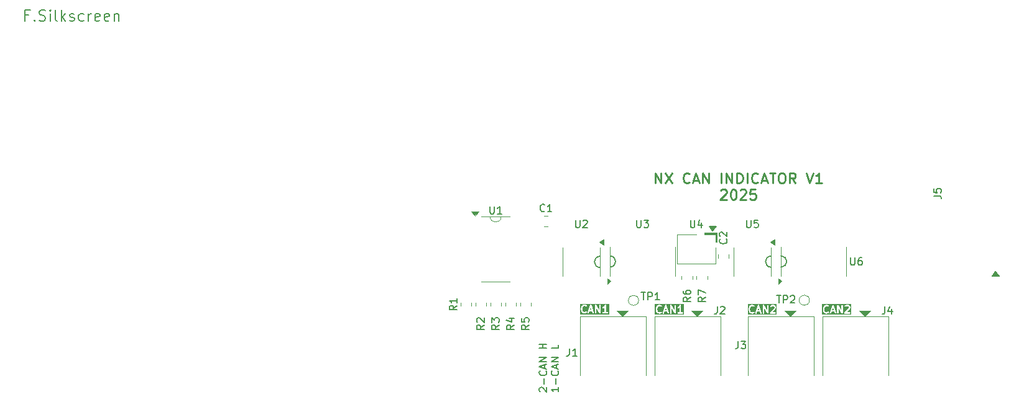
<source format=gbr>
%TF.GenerationSoftware,KiCad,Pcbnew,9.0.1-9.0.1-0~ubuntu24.04.1*%
%TF.CreationDate,2025-04-26T12:20:14-07:00*%
%TF.ProjectId,NX-IndicatorBoard,4e582d49-6e64-4696-9361-746f72426f61,1*%
%TF.SameCoordinates,Original*%
%TF.FileFunction,Legend,Top*%
%TF.FilePolarity,Positive*%
%FSLAX46Y46*%
G04 Gerber Fmt 4.6, Leading zero omitted, Abs format (unit mm)*
G04 Created by KiCad (PCBNEW 9.0.1-9.0.1-0~ubuntu24.04.1) date 2025-04-26 12:20:14*
%MOMM*%
%LPD*%
G01*
G04 APERTURE LIST*
%ADD10C,0.150000*%
%ADD11C,0.187500*%
%ADD12C,0.279400*%
%ADD13C,0.152400*%
%ADD14C,0.203200*%
%ADD15C,0.120000*%
%ADD16C,0.127000*%
%ADD17C,0.100000*%
G04 APERTURE END LIST*
D10*
X161511000Y-106375300D02*
X160571200Y-106375300D01*
X161036000Y-105765600D01*
X161511000Y-106375300D01*
G36*
X161511000Y-106375300D02*
G01*
X160571200Y-106375300D01*
X161036000Y-105765600D01*
X161511000Y-106375300D01*
G37*
X122529600Y-100177600D02*
X122054600Y-99567900D01*
X122994400Y-99567900D01*
X122529600Y-100177600D01*
G36*
X122529600Y-100177600D02*
G01*
X122054600Y-99567900D01*
X122994400Y-99567900D01*
X122529600Y-100177600D01*
G37*
D11*
X29377697Y-70775964D02*
X28877697Y-70775964D01*
X28877697Y-71561678D02*
X28877697Y-70061678D01*
X28877697Y-70061678D02*
X29591983Y-70061678D01*
X30163411Y-71418821D02*
X30234840Y-71490250D01*
X30234840Y-71490250D02*
X30163411Y-71561678D01*
X30163411Y-71561678D02*
X30091983Y-71490250D01*
X30091983Y-71490250D02*
X30163411Y-71418821D01*
X30163411Y-71418821D02*
X30163411Y-71561678D01*
X30806269Y-71490250D02*
X31020555Y-71561678D01*
X31020555Y-71561678D02*
X31377697Y-71561678D01*
X31377697Y-71561678D02*
X31520555Y-71490250D01*
X31520555Y-71490250D02*
X31591983Y-71418821D01*
X31591983Y-71418821D02*
X31663412Y-71275964D01*
X31663412Y-71275964D02*
X31663412Y-71133107D01*
X31663412Y-71133107D02*
X31591983Y-70990250D01*
X31591983Y-70990250D02*
X31520555Y-70918821D01*
X31520555Y-70918821D02*
X31377697Y-70847392D01*
X31377697Y-70847392D02*
X31091983Y-70775964D01*
X31091983Y-70775964D02*
X30949126Y-70704535D01*
X30949126Y-70704535D02*
X30877697Y-70633107D01*
X30877697Y-70633107D02*
X30806269Y-70490250D01*
X30806269Y-70490250D02*
X30806269Y-70347392D01*
X30806269Y-70347392D02*
X30877697Y-70204535D01*
X30877697Y-70204535D02*
X30949126Y-70133107D01*
X30949126Y-70133107D02*
X31091983Y-70061678D01*
X31091983Y-70061678D02*
X31449126Y-70061678D01*
X31449126Y-70061678D02*
X31663412Y-70133107D01*
X32306268Y-71561678D02*
X32306268Y-70561678D01*
X32306268Y-70061678D02*
X32234840Y-70133107D01*
X32234840Y-70133107D02*
X32306268Y-70204535D01*
X32306268Y-70204535D02*
X32377697Y-70133107D01*
X32377697Y-70133107D02*
X32306268Y-70061678D01*
X32306268Y-70061678D02*
X32306268Y-70204535D01*
X33234840Y-71561678D02*
X33091983Y-71490250D01*
X33091983Y-71490250D02*
X33020554Y-71347392D01*
X33020554Y-71347392D02*
X33020554Y-70061678D01*
X33806268Y-71561678D02*
X33806268Y-70061678D01*
X33949126Y-70990250D02*
X34377697Y-71561678D01*
X34377697Y-70561678D02*
X33806268Y-71133107D01*
X34949126Y-71490250D02*
X35091983Y-71561678D01*
X35091983Y-71561678D02*
X35377697Y-71561678D01*
X35377697Y-71561678D02*
X35520554Y-71490250D01*
X35520554Y-71490250D02*
X35591983Y-71347392D01*
X35591983Y-71347392D02*
X35591983Y-71275964D01*
X35591983Y-71275964D02*
X35520554Y-71133107D01*
X35520554Y-71133107D02*
X35377697Y-71061678D01*
X35377697Y-71061678D02*
X35163412Y-71061678D01*
X35163412Y-71061678D02*
X35020554Y-70990250D01*
X35020554Y-70990250D02*
X34949126Y-70847392D01*
X34949126Y-70847392D02*
X34949126Y-70775964D01*
X34949126Y-70775964D02*
X35020554Y-70633107D01*
X35020554Y-70633107D02*
X35163412Y-70561678D01*
X35163412Y-70561678D02*
X35377697Y-70561678D01*
X35377697Y-70561678D02*
X35520554Y-70633107D01*
X36877698Y-71490250D02*
X36734840Y-71561678D01*
X36734840Y-71561678D02*
X36449126Y-71561678D01*
X36449126Y-71561678D02*
X36306269Y-71490250D01*
X36306269Y-71490250D02*
X36234840Y-71418821D01*
X36234840Y-71418821D02*
X36163412Y-71275964D01*
X36163412Y-71275964D02*
X36163412Y-70847392D01*
X36163412Y-70847392D02*
X36234840Y-70704535D01*
X36234840Y-70704535D02*
X36306269Y-70633107D01*
X36306269Y-70633107D02*
X36449126Y-70561678D01*
X36449126Y-70561678D02*
X36734840Y-70561678D01*
X36734840Y-70561678D02*
X36877698Y-70633107D01*
X37520554Y-71561678D02*
X37520554Y-70561678D01*
X37520554Y-70847392D02*
X37591983Y-70704535D01*
X37591983Y-70704535D02*
X37663412Y-70633107D01*
X37663412Y-70633107D02*
X37806269Y-70561678D01*
X37806269Y-70561678D02*
X37949126Y-70561678D01*
X39020554Y-71490250D02*
X38877697Y-71561678D01*
X38877697Y-71561678D02*
X38591983Y-71561678D01*
X38591983Y-71561678D02*
X38449125Y-71490250D01*
X38449125Y-71490250D02*
X38377697Y-71347392D01*
X38377697Y-71347392D02*
X38377697Y-70775964D01*
X38377697Y-70775964D02*
X38449125Y-70633107D01*
X38449125Y-70633107D02*
X38591983Y-70561678D01*
X38591983Y-70561678D02*
X38877697Y-70561678D01*
X38877697Y-70561678D02*
X39020554Y-70633107D01*
X39020554Y-70633107D02*
X39091983Y-70775964D01*
X39091983Y-70775964D02*
X39091983Y-70918821D01*
X39091983Y-70918821D02*
X38377697Y-71061678D01*
X40306268Y-71490250D02*
X40163411Y-71561678D01*
X40163411Y-71561678D02*
X39877697Y-71561678D01*
X39877697Y-71561678D02*
X39734839Y-71490250D01*
X39734839Y-71490250D02*
X39663411Y-71347392D01*
X39663411Y-71347392D02*
X39663411Y-70775964D01*
X39663411Y-70775964D02*
X39734839Y-70633107D01*
X39734839Y-70633107D02*
X39877697Y-70561678D01*
X39877697Y-70561678D02*
X40163411Y-70561678D01*
X40163411Y-70561678D02*
X40306268Y-70633107D01*
X40306268Y-70633107D02*
X40377697Y-70775964D01*
X40377697Y-70775964D02*
X40377697Y-70918821D01*
X40377697Y-70918821D02*
X39663411Y-71061678D01*
X41020553Y-70561678D02*
X41020553Y-71561678D01*
X41020553Y-70704535D02*
X41091982Y-70633107D01*
X41091982Y-70633107D02*
X41234839Y-70561678D01*
X41234839Y-70561678D02*
X41449125Y-70561678D01*
X41449125Y-70561678D02*
X41591982Y-70633107D01*
X41591982Y-70633107D02*
X41663411Y-70775964D01*
X41663411Y-70775964D02*
X41663411Y-71561678D01*
D10*
X99005913Y-122138839D02*
X98958294Y-122091220D01*
X98958294Y-122091220D02*
X98910675Y-121995982D01*
X98910675Y-121995982D02*
X98910675Y-121757887D01*
X98910675Y-121757887D02*
X98958294Y-121662649D01*
X98958294Y-121662649D02*
X99005913Y-121615030D01*
X99005913Y-121615030D02*
X99101151Y-121567411D01*
X99101151Y-121567411D02*
X99196389Y-121567411D01*
X99196389Y-121567411D02*
X99339246Y-121615030D01*
X99339246Y-121615030D02*
X99910675Y-122186458D01*
X99910675Y-122186458D02*
X99910675Y-121567411D01*
X99529722Y-121138839D02*
X99529722Y-120376935D01*
X99815436Y-119329316D02*
X99863056Y-119376935D01*
X99863056Y-119376935D02*
X99910675Y-119519792D01*
X99910675Y-119519792D02*
X99910675Y-119615030D01*
X99910675Y-119615030D02*
X99863056Y-119757887D01*
X99863056Y-119757887D02*
X99767817Y-119853125D01*
X99767817Y-119853125D02*
X99672579Y-119900744D01*
X99672579Y-119900744D02*
X99482103Y-119948363D01*
X99482103Y-119948363D02*
X99339246Y-119948363D01*
X99339246Y-119948363D02*
X99148770Y-119900744D01*
X99148770Y-119900744D02*
X99053532Y-119853125D01*
X99053532Y-119853125D02*
X98958294Y-119757887D01*
X98958294Y-119757887D02*
X98910675Y-119615030D01*
X98910675Y-119615030D02*
X98910675Y-119519792D01*
X98910675Y-119519792D02*
X98958294Y-119376935D01*
X98958294Y-119376935D02*
X99005913Y-119329316D01*
X99624960Y-118948363D02*
X99624960Y-118472173D01*
X99910675Y-119043601D02*
X98910675Y-118710268D01*
X98910675Y-118710268D02*
X99910675Y-118376935D01*
X99910675Y-118043601D02*
X98910675Y-118043601D01*
X98910675Y-118043601D02*
X99910675Y-117472173D01*
X99910675Y-117472173D02*
X98910675Y-117472173D01*
X99910675Y-116234077D02*
X98910675Y-116234077D01*
X99386865Y-116234077D02*
X99386865Y-115662649D01*
X99910675Y-115662649D02*
X98910675Y-115662649D01*
X101520619Y-121567411D02*
X101520619Y-122138839D01*
X101520619Y-121853125D02*
X100520619Y-121853125D01*
X100520619Y-121853125D02*
X100663476Y-121948363D01*
X100663476Y-121948363D02*
X100758714Y-122043601D01*
X100758714Y-122043601D02*
X100806333Y-122138839D01*
X101139666Y-121138839D02*
X101139666Y-120376935D01*
X101425380Y-119329316D02*
X101473000Y-119376935D01*
X101473000Y-119376935D02*
X101520619Y-119519792D01*
X101520619Y-119519792D02*
X101520619Y-119615030D01*
X101520619Y-119615030D02*
X101473000Y-119757887D01*
X101473000Y-119757887D02*
X101377761Y-119853125D01*
X101377761Y-119853125D02*
X101282523Y-119900744D01*
X101282523Y-119900744D02*
X101092047Y-119948363D01*
X101092047Y-119948363D02*
X100949190Y-119948363D01*
X100949190Y-119948363D02*
X100758714Y-119900744D01*
X100758714Y-119900744D02*
X100663476Y-119853125D01*
X100663476Y-119853125D02*
X100568238Y-119757887D01*
X100568238Y-119757887D02*
X100520619Y-119615030D01*
X100520619Y-119615030D02*
X100520619Y-119519792D01*
X100520619Y-119519792D02*
X100568238Y-119376935D01*
X100568238Y-119376935D02*
X100615857Y-119329316D01*
X101234904Y-118948363D02*
X101234904Y-118472173D01*
X101520619Y-119043601D02*
X100520619Y-118710268D01*
X100520619Y-118710268D02*
X101520619Y-118376935D01*
X101520619Y-118043601D02*
X100520619Y-118043601D01*
X100520619Y-118043601D02*
X101520619Y-117472173D01*
X101520619Y-117472173D02*
X100520619Y-117472173D01*
X101520619Y-115757887D02*
X101520619Y-116234077D01*
X101520619Y-116234077D02*
X100520619Y-116234077D01*
D12*
X114700352Y-93704412D02*
X114700352Y-92307412D01*
X114700352Y-92307412D02*
X115498637Y-93704412D01*
X115498637Y-93704412D02*
X115498637Y-92307412D01*
X116030828Y-92307412D02*
X116962161Y-93704412D01*
X116962161Y-92307412D02*
X116030828Y-93704412D01*
X119357018Y-93571365D02*
X119290494Y-93637889D01*
X119290494Y-93637889D02*
X119090923Y-93704412D01*
X119090923Y-93704412D02*
X118957875Y-93704412D01*
X118957875Y-93704412D02*
X118758304Y-93637889D01*
X118758304Y-93637889D02*
X118625256Y-93504841D01*
X118625256Y-93504841D02*
X118558733Y-93371793D01*
X118558733Y-93371793D02*
X118492209Y-93105698D01*
X118492209Y-93105698D02*
X118492209Y-92906127D01*
X118492209Y-92906127D02*
X118558733Y-92640031D01*
X118558733Y-92640031D02*
X118625256Y-92506984D01*
X118625256Y-92506984D02*
X118758304Y-92373936D01*
X118758304Y-92373936D02*
X118957875Y-92307412D01*
X118957875Y-92307412D02*
X119090923Y-92307412D01*
X119090923Y-92307412D02*
X119290494Y-92373936D01*
X119290494Y-92373936D02*
X119357018Y-92440460D01*
X119889209Y-93305269D02*
X120554447Y-93305269D01*
X119756161Y-93704412D02*
X120221828Y-92307412D01*
X120221828Y-92307412D02*
X120687494Y-93704412D01*
X121153162Y-93704412D02*
X121153162Y-92307412D01*
X121153162Y-92307412D02*
X121951447Y-93704412D01*
X121951447Y-93704412D02*
X121951447Y-92307412D01*
X123681067Y-93704412D02*
X123681067Y-92307412D01*
X124346305Y-93704412D02*
X124346305Y-92307412D01*
X124346305Y-92307412D02*
X125144590Y-93704412D01*
X125144590Y-93704412D02*
X125144590Y-92307412D01*
X125809829Y-93704412D02*
X125809829Y-92307412D01*
X125809829Y-92307412D02*
X126142448Y-92307412D01*
X126142448Y-92307412D02*
X126342019Y-92373936D01*
X126342019Y-92373936D02*
X126475067Y-92506984D01*
X126475067Y-92506984D02*
X126541590Y-92640031D01*
X126541590Y-92640031D02*
X126608114Y-92906127D01*
X126608114Y-92906127D02*
X126608114Y-93105698D01*
X126608114Y-93105698D02*
X126541590Y-93371793D01*
X126541590Y-93371793D02*
X126475067Y-93504841D01*
X126475067Y-93504841D02*
X126342019Y-93637889D01*
X126342019Y-93637889D02*
X126142448Y-93704412D01*
X126142448Y-93704412D02*
X125809829Y-93704412D01*
X127206829Y-93704412D02*
X127206829Y-92307412D01*
X128670352Y-93571365D02*
X128603828Y-93637889D01*
X128603828Y-93637889D02*
X128404257Y-93704412D01*
X128404257Y-93704412D02*
X128271209Y-93704412D01*
X128271209Y-93704412D02*
X128071638Y-93637889D01*
X128071638Y-93637889D02*
X127938590Y-93504841D01*
X127938590Y-93504841D02*
X127872067Y-93371793D01*
X127872067Y-93371793D02*
X127805543Y-93105698D01*
X127805543Y-93105698D02*
X127805543Y-92906127D01*
X127805543Y-92906127D02*
X127872067Y-92640031D01*
X127872067Y-92640031D02*
X127938590Y-92506984D01*
X127938590Y-92506984D02*
X128071638Y-92373936D01*
X128071638Y-92373936D02*
X128271209Y-92307412D01*
X128271209Y-92307412D02*
X128404257Y-92307412D01*
X128404257Y-92307412D02*
X128603828Y-92373936D01*
X128603828Y-92373936D02*
X128670352Y-92440460D01*
X129202543Y-93305269D02*
X129867781Y-93305269D01*
X129069495Y-93704412D02*
X129535162Y-92307412D01*
X129535162Y-92307412D02*
X130000828Y-93704412D01*
X130266924Y-92307412D02*
X131065210Y-92307412D01*
X130666067Y-93704412D02*
X130666067Y-92307412D01*
X131796972Y-92307412D02*
X132063067Y-92307412D01*
X132063067Y-92307412D02*
X132196115Y-92373936D01*
X132196115Y-92373936D02*
X132329162Y-92506984D01*
X132329162Y-92506984D02*
X132395686Y-92773079D01*
X132395686Y-92773079D02*
X132395686Y-93238746D01*
X132395686Y-93238746D02*
X132329162Y-93504841D01*
X132329162Y-93504841D02*
X132196115Y-93637889D01*
X132196115Y-93637889D02*
X132063067Y-93704412D01*
X132063067Y-93704412D02*
X131796972Y-93704412D01*
X131796972Y-93704412D02*
X131663924Y-93637889D01*
X131663924Y-93637889D02*
X131530877Y-93504841D01*
X131530877Y-93504841D02*
X131464353Y-93238746D01*
X131464353Y-93238746D02*
X131464353Y-92773079D01*
X131464353Y-92773079D02*
X131530877Y-92506984D01*
X131530877Y-92506984D02*
X131663924Y-92373936D01*
X131663924Y-92373936D02*
X131796972Y-92307412D01*
X133792686Y-93704412D02*
X133327020Y-93039174D01*
X132994401Y-93704412D02*
X132994401Y-92307412D01*
X132994401Y-92307412D02*
X133526591Y-92307412D01*
X133526591Y-92307412D02*
X133659639Y-92373936D01*
X133659639Y-92373936D02*
X133726162Y-92440460D01*
X133726162Y-92440460D02*
X133792686Y-92573508D01*
X133792686Y-92573508D02*
X133792686Y-92773079D01*
X133792686Y-92773079D02*
X133726162Y-92906127D01*
X133726162Y-92906127D02*
X133659639Y-92972650D01*
X133659639Y-92972650D02*
X133526591Y-93039174D01*
X133526591Y-93039174D02*
X132994401Y-93039174D01*
X135256210Y-92307412D02*
X135721877Y-93704412D01*
X135721877Y-93704412D02*
X136187543Y-92307412D01*
X137384972Y-93704412D02*
X136586687Y-93704412D01*
X136985830Y-93704412D02*
X136985830Y-92307412D01*
X136985830Y-92307412D02*
X136852782Y-92506984D01*
X136852782Y-92506984D02*
X136719734Y-92640031D01*
X136719734Y-92640031D02*
X136586687Y-92706555D01*
X123614543Y-94689552D02*
X123681067Y-94623028D01*
X123681067Y-94623028D02*
X123814114Y-94556504D01*
X123814114Y-94556504D02*
X124146733Y-94556504D01*
X124146733Y-94556504D02*
X124279781Y-94623028D01*
X124279781Y-94623028D02*
X124346305Y-94689552D01*
X124346305Y-94689552D02*
X124412828Y-94822600D01*
X124412828Y-94822600D02*
X124412828Y-94955647D01*
X124412828Y-94955647D02*
X124346305Y-95155219D01*
X124346305Y-95155219D02*
X123548019Y-95953504D01*
X123548019Y-95953504D02*
X124412828Y-95953504D01*
X125277638Y-94556504D02*
X125410685Y-94556504D01*
X125410685Y-94556504D02*
X125543733Y-94623028D01*
X125543733Y-94623028D02*
X125610257Y-94689552D01*
X125610257Y-94689552D02*
X125676781Y-94822600D01*
X125676781Y-94822600D02*
X125743304Y-95088695D01*
X125743304Y-95088695D02*
X125743304Y-95421314D01*
X125743304Y-95421314D02*
X125676781Y-95687409D01*
X125676781Y-95687409D02*
X125610257Y-95820457D01*
X125610257Y-95820457D02*
X125543733Y-95886981D01*
X125543733Y-95886981D02*
X125410685Y-95953504D01*
X125410685Y-95953504D02*
X125277638Y-95953504D01*
X125277638Y-95953504D02*
X125144590Y-95886981D01*
X125144590Y-95886981D02*
X125078066Y-95820457D01*
X125078066Y-95820457D02*
X125011543Y-95687409D01*
X125011543Y-95687409D02*
X124945019Y-95421314D01*
X124945019Y-95421314D02*
X124945019Y-95088695D01*
X124945019Y-95088695D02*
X125011543Y-94822600D01*
X125011543Y-94822600D02*
X125078066Y-94689552D01*
X125078066Y-94689552D02*
X125144590Y-94623028D01*
X125144590Y-94623028D02*
X125277638Y-94556504D01*
X126275495Y-94689552D02*
X126342019Y-94623028D01*
X126342019Y-94623028D02*
X126475066Y-94556504D01*
X126475066Y-94556504D02*
X126807685Y-94556504D01*
X126807685Y-94556504D02*
X126940733Y-94623028D01*
X126940733Y-94623028D02*
X127007257Y-94689552D01*
X127007257Y-94689552D02*
X127073780Y-94822600D01*
X127073780Y-94822600D02*
X127073780Y-94955647D01*
X127073780Y-94955647D02*
X127007257Y-95155219D01*
X127007257Y-95155219D02*
X126208971Y-95953504D01*
X126208971Y-95953504D02*
X127073780Y-95953504D01*
X128337733Y-94556504D02*
X127672495Y-94556504D01*
X127672495Y-94556504D02*
X127605971Y-95221742D01*
X127605971Y-95221742D02*
X127672495Y-95155219D01*
X127672495Y-95155219D02*
X127805542Y-95088695D01*
X127805542Y-95088695D02*
X128138161Y-95088695D01*
X128138161Y-95088695D02*
X128271209Y-95155219D01*
X128271209Y-95155219D02*
X128337733Y-95221742D01*
X128337733Y-95221742D02*
X128404256Y-95354790D01*
X128404256Y-95354790D02*
X128404256Y-95687409D01*
X128404256Y-95687409D02*
X128337733Y-95820457D01*
X128337733Y-95820457D02*
X128271209Y-95886981D01*
X128271209Y-95886981D02*
X128138161Y-95953504D01*
X128138161Y-95953504D02*
X127805542Y-95953504D01*
X127805542Y-95953504D02*
X127672495Y-95886981D01*
X127672495Y-95886981D02*
X127605971Y-95820457D01*
D13*
X112179704Y-98734695D02*
X112179704Y-99557172D01*
X112179704Y-99557172D02*
X112228085Y-99653934D01*
X112228085Y-99653934D02*
X112276466Y-99702315D01*
X112276466Y-99702315D02*
X112373228Y-99750695D01*
X112373228Y-99750695D02*
X112566752Y-99750695D01*
X112566752Y-99750695D02*
X112663514Y-99702315D01*
X112663514Y-99702315D02*
X112711895Y-99653934D01*
X112711895Y-99653934D02*
X112760276Y-99557172D01*
X112760276Y-99557172D02*
X112760276Y-98734695D01*
X113147323Y-98734695D02*
X113776276Y-98734695D01*
X113776276Y-98734695D02*
X113437609Y-99121743D01*
X113437609Y-99121743D02*
X113582752Y-99121743D01*
X113582752Y-99121743D02*
X113679514Y-99170124D01*
X113679514Y-99170124D02*
X113727895Y-99218505D01*
X113727895Y-99218505D02*
X113776276Y-99315267D01*
X113776276Y-99315267D02*
X113776276Y-99557172D01*
X113776276Y-99557172D02*
X113727895Y-99653934D01*
X113727895Y-99653934D02*
X113679514Y-99702315D01*
X113679514Y-99702315D02*
X113582752Y-99750695D01*
X113582752Y-99750695D02*
X113292466Y-99750695D01*
X113292466Y-99750695D02*
X113195704Y-99702315D01*
X113195704Y-99702315D02*
X113147323Y-99653934D01*
X119494904Y-98734695D02*
X119494904Y-99557172D01*
X119494904Y-99557172D02*
X119543285Y-99653934D01*
X119543285Y-99653934D02*
X119591666Y-99702315D01*
X119591666Y-99702315D02*
X119688428Y-99750695D01*
X119688428Y-99750695D02*
X119881952Y-99750695D01*
X119881952Y-99750695D02*
X119978714Y-99702315D01*
X119978714Y-99702315D02*
X120027095Y-99653934D01*
X120027095Y-99653934D02*
X120075476Y-99557172D01*
X120075476Y-99557172D02*
X120075476Y-98734695D01*
X120994714Y-99073362D02*
X120994714Y-99750695D01*
X120752809Y-98686315D02*
X120510904Y-99412029D01*
X120510904Y-99412029D02*
X121139857Y-99412029D01*
X112789304Y-108615295D02*
X113369876Y-108615295D01*
X113079590Y-109631295D02*
X113079590Y-108615295D01*
X113708542Y-109631295D02*
X113708542Y-108615295D01*
X113708542Y-108615295D02*
X114095590Y-108615295D01*
X114095590Y-108615295D02*
X114192352Y-108663676D01*
X114192352Y-108663676D02*
X114240733Y-108712057D01*
X114240733Y-108712057D02*
X114289114Y-108808819D01*
X114289114Y-108808819D02*
X114289114Y-108953962D01*
X114289114Y-108953962D02*
X114240733Y-109050724D01*
X114240733Y-109050724D02*
X114192352Y-109099105D01*
X114192352Y-109099105D02*
X114095590Y-109147486D01*
X114095590Y-109147486D02*
X113708542Y-109147486D01*
X115256733Y-109631295D02*
X114676161Y-109631295D01*
X114966447Y-109631295D02*
X114966447Y-108615295D01*
X114966447Y-108615295D02*
X114869685Y-108760438D01*
X114869685Y-108760438D02*
X114772923Y-108857200D01*
X114772923Y-108857200D02*
X114676161Y-108905581D01*
X127140304Y-98734695D02*
X127140304Y-99557172D01*
X127140304Y-99557172D02*
X127188685Y-99653934D01*
X127188685Y-99653934D02*
X127237066Y-99702315D01*
X127237066Y-99702315D02*
X127333828Y-99750695D01*
X127333828Y-99750695D02*
X127527352Y-99750695D01*
X127527352Y-99750695D02*
X127624114Y-99702315D01*
X127624114Y-99702315D02*
X127672495Y-99653934D01*
X127672495Y-99653934D02*
X127720876Y-99557172D01*
X127720876Y-99557172D02*
X127720876Y-98734695D01*
X128688495Y-98734695D02*
X128204685Y-98734695D01*
X128204685Y-98734695D02*
X128156304Y-99218505D01*
X128156304Y-99218505D02*
X128204685Y-99170124D01*
X128204685Y-99170124D02*
X128301447Y-99121743D01*
X128301447Y-99121743D02*
X128543352Y-99121743D01*
X128543352Y-99121743D02*
X128640114Y-99170124D01*
X128640114Y-99170124D02*
X128688495Y-99218505D01*
X128688495Y-99218505D02*
X128736876Y-99315267D01*
X128736876Y-99315267D02*
X128736876Y-99557172D01*
X128736876Y-99557172D02*
X128688495Y-99653934D01*
X128688495Y-99653934D02*
X128640114Y-99702315D01*
X128640114Y-99702315D02*
X128543352Y-99750695D01*
X128543352Y-99750695D02*
X128301447Y-99750695D01*
X128301447Y-99750695D02*
X128204685Y-99702315D01*
X128204685Y-99702315D02*
X128156304Y-99653934D01*
X93426095Y-113046932D02*
X92942286Y-113385599D01*
X93426095Y-113627504D02*
X92410095Y-113627504D01*
X92410095Y-113627504D02*
X92410095Y-113240456D01*
X92410095Y-113240456D02*
X92458476Y-113143694D01*
X92458476Y-113143694D02*
X92506857Y-113095313D01*
X92506857Y-113095313D02*
X92603619Y-113046932D01*
X92603619Y-113046932D02*
X92748762Y-113046932D01*
X92748762Y-113046932D02*
X92845524Y-113095313D01*
X92845524Y-113095313D02*
X92893905Y-113143694D01*
X92893905Y-113143694D02*
X92942286Y-113240456D01*
X92942286Y-113240456D02*
X92942286Y-113627504D01*
X92410095Y-112708266D02*
X92410095Y-112079313D01*
X92410095Y-112079313D02*
X92797143Y-112417980D01*
X92797143Y-112417980D02*
X92797143Y-112272837D01*
X92797143Y-112272837D02*
X92845524Y-112176075D01*
X92845524Y-112176075D02*
X92893905Y-112127694D01*
X92893905Y-112127694D02*
X92990667Y-112079313D01*
X92990667Y-112079313D02*
X93232572Y-112079313D01*
X93232572Y-112079313D02*
X93329334Y-112127694D01*
X93329334Y-112127694D02*
X93377715Y-112176075D01*
X93377715Y-112176075D02*
X93426095Y-112272837D01*
X93426095Y-112272837D02*
X93426095Y-112563123D01*
X93426095Y-112563123D02*
X93377715Y-112659885D01*
X93377715Y-112659885D02*
X93329334Y-112708266D01*
X152608095Y-95436266D02*
X153333810Y-95436266D01*
X153333810Y-95436266D02*
X153478953Y-95484647D01*
X153478953Y-95484647D02*
X153575715Y-95581409D01*
X153575715Y-95581409D02*
X153624095Y-95726552D01*
X153624095Y-95726552D02*
X153624095Y-95823314D01*
X152608095Y-94468647D02*
X152608095Y-94952457D01*
X152608095Y-94952457D02*
X153091905Y-95000838D01*
X153091905Y-95000838D02*
X153043524Y-94952457D01*
X153043524Y-94952457D02*
X152995143Y-94855695D01*
X152995143Y-94855695D02*
X152995143Y-94613790D01*
X152995143Y-94613790D02*
X153043524Y-94517028D01*
X153043524Y-94517028D02*
X153091905Y-94468647D01*
X153091905Y-94468647D02*
X153188667Y-94420266D01*
X153188667Y-94420266D02*
X153430572Y-94420266D01*
X153430572Y-94420266D02*
X153527334Y-94468647D01*
X153527334Y-94468647D02*
X153575715Y-94517028D01*
X153575715Y-94517028D02*
X153624095Y-94613790D01*
X153624095Y-94613790D02*
X153624095Y-94855695D01*
X153624095Y-94855695D02*
X153575715Y-94952457D01*
X153575715Y-94952457D02*
X153527334Y-95000838D01*
X103013933Y-116286095D02*
X103013933Y-117011810D01*
X103013933Y-117011810D02*
X102965552Y-117156953D01*
X102965552Y-117156953D02*
X102868790Y-117253715D01*
X102868790Y-117253715D02*
X102723647Y-117302095D01*
X102723647Y-117302095D02*
X102626885Y-117302095D01*
X104029933Y-117302095D02*
X103449361Y-117302095D01*
X103739647Y-117302095D02*
X103739647Y-116286095D01*
X103739647Y-116286095D02*
X103642885Y-116431238D01*
X103642885Y-116431238D02*
X103546123Y-116528000D01*
X103546123Y-116528000D02*
X103449361Y-116576381D01*
D14*
G36*
X106018943Y-110989368D02*
G01*
X105817057Y-110989368D01*
X105918000Y-110686539D01*
X106018943Y-110989368D01*
G37*
G36*
X108404442Y-111595742D02*
G01*
X104445606Y-111595742D01*
X104445606Y-110800682D01*
X104558495Y-110800682D01*
X104558495Y-110945825D01*
X104558835Y-110949282D01*
X104558615Y-110950764D01*
X104559711Y-110958178D01*
X104560447Y-110965646D01*
X104561020Y-110967031D01*
X104561529Y-110970467D01*
X104609910Y-111163991D01*
X104610431Y-111165451D01*
X104610484Y-111166184D01*
X104613646Y-111174448D01*
X104616611Y-111182746D01*
X104617046Y-111183333D01*
X104617602Y-111184786D01*
X104665983Y-111281548D01*
X104671354Y-111290080D01*
X104672380Y-111292557D01*
X104674668Y-111295345D01*
X104676593Y-111298403D01*
X104678621Y-111300161D01*
X104685015Y-111307953D01*
X104781777Y-111404715D01*
X104797173Y-111417350D01*
X104800544Y-111418746D01*
X104803304Y-111421140D01*
X104821491Y-111429259D01*
X104966634Y-111477639D01*
X104976459Y-111479873D01*
X104978941Y-111480901D01*
X104982537Y-111481255D01*
X104986055Y-111482055D01*
X104988729Y-111481864D01*
X104998762Y-111482853D01*
X105095524Y-111482853D01*
X105105556Y-111481864D01*
X105108231Y-111482055D01*
X105111748Y-111481255D01*
X105115345Y-111480901D01*
X105117826Y-111479873D01*
X105127652Y-111477639D01*
X105272795Y-111429259D01*
X105290982Y-111421140D01*
X105293741Y-111418746D01*
X105297113Y-111417350D01*
X105312509Y-111404715D01*
X105348679Y-111368545D01*
X105478531Y-111368545D01*
X105481341Y-111408088D01*
X105499070Y-111443545D01*
X105529018Y-111469519D01*
X105566625Y-111482055D01*
X105606168Y-111479245D01*
X105641625Y-111461516D01*
X105667599Y-111431568D01*
X105675719Y-111413382D01*
X105749324Y-111192568D01*
X106086676Y-111192568D01*
X106160281Y-111413382D01*
X106168401Y-111431568D01*
X106194375Y-111461516D01*
X106229832Y-111479245D01*
X106269375Y-111482055D01*
X106306982Y-111469519D01*
X106336930Y-111443545D01*
X106354659Y-111408088D01*
X106357469Y-111368545D01*
X106353053Y-111349124D01*
X106025096Y-110365253D01*
X106493733Y-110365253D01*
X106493733Y-111381253D01*
X106495685Y-111401074D01*
X106510856Y-111437699D01*
X106538887Y-111465730D01*
X106575512Y-111480901D01*
X106615154Y-111480901D01*
X106651779Y-111465730D01*
X106679810Y-111437699D01*
X106694981Y-111401074D01*
X106696933Y-111381253D01*
X106696933Y-110747833D01*
X107087691Y-111431660D01*
X107090657Y-111435838D01*
X107091428Y-111437699D01*
X107093323Y-111439594D01*
X107099220Y-111447901D01*
X107109904Y-111456175D01*
X107119459Y-111465730D01*
X107125442Y-111468208D01*
X107130563Y-111472174D01*
X107143597Y-111475728D01*
X107156084Y-111480901D01*
X107162563Y-111480901D01*
X107168808Y-111482604D01*
X107182205Y-111480901D01*
X107195726Y-111480901D01*
X107201711Y-111478421D01*
X107208135Y-111477605D01*
X107219865Y-111470901D01*
X107232351Y-111465730D01*
X107236930Y-111461150D01*
X107242554Y-111457937D01*
X107250826Y-111447254D01*
X107260382Y-111437699D01*
X107262861Y-111431713D01*
X107266826Y-111426594D01*
X107270379Y-111413562D01*
X107275553Y-111401074D01*
X107276551Y-111390930D01*
X107277256Y-111388349D01*
X107277002Y-111386355D01*
X107277505Y-111381253D01*
X107277505Y-110642831D01*
X107510531Y-110642831D01*
X107513341Y-110682374D01*
X107531069Y-110717831D01*
X107561018Y-110743805D01*
X107598625Y-110756341D01*
X107638168Y-110753531D01*
X107656770Y-110746413D01*
X107753532Y-110698032D01*
X107762064Y-110692660D01*
X107764541Y-110691635D01*
X107767329Y-110689346D01*
X107770387Y-110687422D01*
X107772145Y-110685393D01*
X107779937Y-110679000D01*
X107800019Y-110658918D01*
X107800019Y-111279653D01*
X107611333Y-111279653D01*
X107591512Y-111281605D01*
X107554887Y-111296776D01*
X107526856Y-111324807D01*
X107511685Y-111361432D01*
X107511685Y-111401074D01*
X107526856Y-111437699D01*
X107554887Y-111465730D01*
X107591512Y-111480901D01*
X107611333Y-111482853D01*
X108191905Y-111482853D01*
X108211726Y-111480901D01*
X108248351Y-111465730D01*
X108276382Y-111437699D01*
X108291553Y-111401074D01*
X108291553Y-111361432D01*
X108276382Y-111324807D01*
X108248351Y-111296776D01*
X108211726Y-111281605D01*
X108191905Y-111279653D01*
X108003219Y-111279653D01*
X108003219Y-110365253D01*
X108003212Y-110365182D01*
X108003219Y-110365147D01*
X108003198Y-110365044D01*
X108001267Y-110345432D01*
X107997416Y-110336135D01*
X107995444Y-110326275D01*
X107989906Y-110318005D01*
X107986096Y-110308807D01*
X107978983Y-110301694D01*
X107973386Y-110293336D01*
X107965102Y-110287813D01*
X107958065Y-110280776D01*
X107948773Y-110276927D01*
X107940402Y-110271346D01*
X107930635Y-110269414D01*
X107921440Y-110265605D01*
X107911380Y-110265605D01*
X107901512Y-110263653D01*
X107891753Y-110265605D01*
X107881798Y-110265605D01*
X107872502Y-110269455D01*
X107862640Y-110271428D01*
X107854368Y-110276966D01*
X107845173Y-110280776D01*
X107838062Y-110287886D01*
X107829701Y-110293486D01*
X107817218Y-110308730D01*
X107817142Y-110308807D01*
X107817127Y-110308841D01*
X107817083Y-110308896D01*
X107725901Y-110445667D01*
X107647912Y-110523657D01*
X107565896Y-110564665D01*
X107549041Y-110575275D01*
X107523067Y-110605224D01*
X107510531Y-110642831D01*
X107277505Y-110642831D01*
X107277505Y-110365253D01*
X107275553Y-110345432D01*
X107260382Y-110308807D01*
X107232351Y-110280776D01*
X107195726Y-110265605D01*
X107156084Y-110265605D01*
X107119459Y-110280776D01*
X107091428Y-110308807D01*
X107076257Y-110345432D01*
X107074305Y-110365253D01*
X107074305Y-110998672D01*
X106683546Y-110314845D01*
X106680580Y-110310667D01*
X106679810Y-110308807D01*
X106677915Y-110306912D01*
X106672018Y-110298604D01*
X106661332Y-110290329D01*
X106651779Y-110280776D01*
X106645794Y-110278296D01*
X106640674Y-110274332D01*
X106627640Y-110270777D01*
X106615154Y-110265605D01*
X106608677Y-110265605D01*
X106602429Y-110263901D01*
X106589024Y-110265605D01*
X106575512Y-110265605D01*
X106569529Y-110268083D01*
X106563103Y-110268900D01*
X106551365Y-110275606D01*
X106538887Y-110280776D01*
X106534309Y-110285353D01*
X106528684Y-110288568D01*
X106520409Y-110299253D01*
X106510856Y-110308807D01*
X106508376Y-110314791D01*
X106504412Y-110319912D01*
X106500857Y-110332945D01*
X106495685Y-110345432D01*
X106494686Y-110355569D01*
X106493981Y-110358157D01*
X106494235Y-110360155D01*
X106493733Y-110365253D01*
X106025096Y-110365253D01*
X106014386Y-110333124D01*
X106006266Y-110314938D01*
X106001509Y-110309453D01*
X105998263Y-110302961D01*
X105988638Y-110294614D01*
X105980292Y-110284990D01*
X105973799Y-110281743D01*
X105968315Y-110276987D01*
X105956229Y-110272958D01*
X105944835Y-110267261D01*
X105937594Y-110266746D01*
X105930708Y-110264451D01*
X105918000Y-110265354D01*
X105905292Y-110264451D01*
X105898405Y-110266746D01*
X105891165Y-110267261D01*
X105879770Y-110272958D01*
X105867685Y-110276987D01*
X105862200Y-110281743D01*
X105855708Y-110284990D01*
X105847361Y-110294614D01*
X105837737Y-110302961D01*
X105834490Y-110309453D01*
X105829734Y-110314938D01*
X105821614Y-110333124D01*
X105482947Y-111349124D01*
X105478531Y-111368545D01*
X105348679Y-111368545D01*
X105360890Y-111356334D01*
X105373525Y-111340938D01*
X105388696Y-111304313D01*
X105388696Y-111264671D01*
X105373525Y-111228046D01*
X105345494Y-111200015D01*
X105308869Y-111184844D01*
X105269227Y-111184844D01*
X105232602Y-111200015D01*
X105217206Y-111212650D01*
X105185784Y-111244071D01*
X105079038Y-111279653D01*
X105015248Y-111279653D01*
X104908501Y-111244071D01*
X104840358Y-111175928D01*
X104804336Y-111103885D01*
X104761695Y-110933319D01*
X104761695Y-110813188D01*
X104804336Y-110642622D01*
X104840358Y-110570579D01*
X104908501Y-110502435D01*
X105015249Y-110466853D01*
X105079037Y-110466853D01*
X105185784Y-110502435D01*
X105217206Y-110533857D01*
X105232602Y-110546492D01*
X105269227Y-110561663D01*
X105308869Y-110561663D01*
X105345494Y-110546492D01*
X105373525Y-110518461D01*
X105388696Y-110481836D01*
X105388696Y-110442194D01*
X105373525Y-110405569D01*
X105360890Y-110390173D01*
X105312509Y-110341792D01*
X105297113Y-110329157D01*
X105293739Y-110327759D01*
X105290982Y-110325368D01*
X105272796Y-110317248D01*
X105127653Y-110268867D01*
X105117825Y-110266632D01*
X105115345Y-110265605D01*
X105111750Y-110265250D01*
X105108232Y-110264451D01*
X105105557Y-110264641D01*
X105095524Y-110263653D01*
X104998762Y-110263653D01*
X104988728Y-110264641D01*
X104986054Y-110264451D01*
X104982535Y-110265250D01*
X104978941Y-110265605D01*
X104976460Y-110266632D01*
X104966633Y-110268867D01*
X104821490Y-110317248D01*
X104803304Y-110325368D01*
X104800546Y-110327759D01*
X104797173Y-110329157D01*
X104781777Y-110341792D01*
X104685015Y-110438554D01*
X104678621Y-110446345D01*
X104676593Y-110448104D01*
X104674668Y-110451161D01*
X104672380Y-110453950D01*
X104671354Y-110456426D01*
X104665983Y-110464959D01*
X104617602Y-110561721D01*
X104617046Y-110563173D01*
X104616611Y-110563761D01*
X104613646Y-110572058D01*
X104610484Y-110580323D01*
X104610431Y-110581055D01*
X104609910Y-110582516D01*
X104561529Y-110776040D01*
X104561020Y-110779475D01*
X104560447Y-110780861D01*
X104559711Y-110788328D01*
X104558615Y-110795743D01*
X104558835Y-110797224D01*
X104558495Y-110800682D01*
X104445606Y-110800682D01*
X104445606Y-110150764D01*
X108404442Y-110150764D01*
X108404442Y-111595742D01*
G37*
D13*
X141288104Y-103865495D02*
X141288104Y-104687972D01*
X141288104Y-104687972D02*
X141336485Y-104784734D01*
X141336485Y-104784734D02*
X141384866Y-104833115D01*
X141384866Y-104833115D02*
X141481628Y-104881495D01*
X141481628Y-104881495D02*
X141675152Y-104881495D01*
X141675152Y-104881495D02*
X141771914Y-104833115D01*
X141771914Y-104833115D02*
X141820295Y-104784734D01*
X141820295Y-104784734D02*
X141868676Y-104687972D01*
X141868676Y-104687972D02*
X141868676Y-103865495D01*
X142787914Y-103865495D02*
X142594390Y-103865495D01*
X142594390Y-103865495D02*
X142497628Y-103913876D01*
X142497628Y-103913876D02*
X142449247Y-103962257D01*
X142449247Y-103962257D02*
X142352485Y-104107400D01*
X142352485Y-104107400D02*
X142304104Y-104300924D01*
X142304104Y-104300924D02*
X142304104Y-104687972D01*
X142304104Y-104687972D02*
X142352485Y-104784734D01*
X142352485Y-104784734D02*
X142400866Y-104833115D01*
X142400866Y-104833115D02*
X142497628Y-104881495D01*
X142497628Y-104881495D02*
X142691152Y-104881495D01*
X142691152Y-104881495D02*
X142787914Y-104833115D01*
X142787914Y-104833115D02*
X142836295Y-104784734D01*
X142836295Y-104784734D02*
X142884676Y-104687972D01*
X142884676Y-104687972D02*
X142884676Y-104446067D01*
X142884676Y-104446067D02*
X142836295Y-104349305D01*
X142836295Y-104349305D02*
X142787914Y-104300924D01*
X142787914Y-104300924D02*
X142691152Y-104252543D01*
X142691152Y-104252543D02*
X142497628Y-104252543D01*
X142497628Y-104252543D02*
X142400866Y-104300924D01*
X142400866Y-104300924D02*
X142352485Y-104349305D01*
X142352485Y-104349305D02*
X142304104Y-104446067D01*
X97490095Y-113046932D02*
X97006286Y-113385599D01*
X97490095Y-113627504D02*
X96474095Y-113627504D01*
X96474095Y-113627504D02*
X96474095Y-113240456D01*
X96474095Y-113240456D02*
X96522476Y-113143694D01*
X96522476Y-113143694D02*
X96570857Y-113095313D01*
X96570857Y-113095313D02*
X96667619Y-113046932D01*
X96667619Y-113046932D02*
X96812762Y-113046932D01*
X96812762Y-113046932D02*
X96909524Y-113095313D01*
X96909524Y-113095313D02*
X96957905Y-113143694D01*
X96957905Y-113143694D02*
X97006286Y-113240456D01*
X97006286Y-113240456D02*
X97006286Y-113627504D01*
X96474095Y-112127694D02*
X96474095Y-112611504D01*
X96474095Y-112611504D02*
X96957905Y-112659885D01*
X96957905Y-112659885D02*
X96909524Y-112611504D01*
X96909524Y-112611504D02*
X96861143Y-112514742D01*
X96861143Y-112514742D02*
X96861143Y-112272837D01*
X96861143Y-112272837D02*
X96909524Y-112176075D01*
X96909524Y-112176075D02*
X96957905Y-112127694D01*
X96957905Y-112127694D02*
X97054667Y-112079313D01*
X97054667Y-112079313D02*
X97296572Y-112079313D01*
X97296572Y-112079313D02*
X97393334Y-112127694D01*
X97393334Y-112127694D02*
X97441715Y-112176075D01*
X97441715Y-112176075D02*
X97490095Y-112272837D01*
X97490095Y-112272837D02*
X97490095Y-112514742D01*
X97490095Y-112514742D02*
X97441715Y-112611504D01*
X97441715Y-112611504D02*
X97393334Y-112659885D01*
X131229704Y-109047095D02*
X131810276Y-109047095D01*
X131519990Y-110063095D02*
X131519990Y-109047095D01*
X132148942Y-110063095D02*
X132148942Y-109047095D01*
X132148942Y-109047095D02*
X132535990Y-109047095D01*
X132535990Y-109047095D02*
X132632752Y-109095476D01*
X132632752Y-109095476D02*
X132681133Y-109143857D01*
X132681133Y-109143857D02*
X132729514Y-109240619D01*
X132729514Y-109240619D02*
X132729514Y-109385762D01*
X132729514Y-109385762D02*
X132681133Y-109482524D01*
X132681133Y-109482524D02*
X132632752Y-109530905D01*
X132632752Y-109530905D02*
X132535990Y-109579286D01*
X132535990Y-109579286D02*
X132148942Y-109579286D01*
X133116561Y-109143857D02*
X133164942Y-109095476D01*
X133164942Y-109095476D02*
X133261704Y-109047095D01*
X133261704Y-109047095D02*
X133503609Y-109047095D01*
X133503609Y-109047095D02*
X133600371Y-109095476D01*
X133600371Y-109095476D02*
X133648752Y-109143857D01*
X133648752Y-109143857D02*
X133697133Y-109240619D01*
X133697133Y-109240619D02*
X133697133Y-109337381D01*
X133697133Y-109337381D02*
X133648752Y-109482524D01*
X133648752Y-109482524D02*
X133068180Y-110063095D01*
X133068180Y-110063095D02*
X133697133Y-110063095D01*
X87685695Y-110405332D02*
X87201886Y-110743999D01*
X87685695Y-110985904D02*
X86669695Y-110985904D01*
X86669695Y-110985904D02*
X86669695Y-110598856D01*
X86669695Y-110598856D02*
X86718076Y-110502094D01*
X86718076Y-110502094D02*
X86766457Y-110453713D01*
X86766457Y-110453713D02*
X86863219Y-110405332D01*
X86863219Y-110405332D02*
X87008362Y-110405332D01*
X87008362Y-110405332D02*
X87105124Y-110453713D01*
X87105124Y-110453713D02*
X87153505Y-110502094D01*
X87153505Y-110502094D02*
X87201886Y-110598856D01*
X87201886Y-110598856D02*
X87201886Y-110985904D01*
X87685695Y-109437713D02*
X87685695Y-110018285D01*
X87685695Y-109727999D02*
X86669695Y-109727999D01*
X86669695Y-109727999D02*
X86814838Y-109824761D01*
X86814838Y-109824761D02*
X86911600Y-109921523D01*
X86911600Y-109921523D02*
X86959981Y-110018285D01*
X124368134Y-101337532D02*
X124416515Y-101385913D01*
X124416515Y-101385913D02*
X124464895Y-101531056D01*
X124464895Y-101531056D02*
X124464895Y-101627818D01*
X124464895Y-101627818D02*
X124416515Y-101772961D01*
X124416515Y-101772961D02*
X124319753Y-101869723D01*
X124319753Y-101869723D02*
X124222991Y-101918104D01*
X124222991Y-101918104D02*
X124029467Y-101966485D01*
X124029467Y-101966485D02*
X123884324Y-101966485D01*
X123884324Y-101966485D02*
X123690800Y-101918104D01*
X123690800Y-101918104D02*
X123594038Y-101869723D01*
X123594038Y-101869723D02*
X123497276Y-101772961D01*
X123497276Y-101772961D02*
X123448895Y-101627818D01*
X123448895Y-101627818D02*
X123448895Y-101531056D01*
X123448895Y-101531056D02*
X123497276Y-101385913D01*
X123497276Y-101385913D02*
X123545657Y-101337532D01*
X123545657Y-100950485D02*
X123497276Y-100902104D01*
X123497276Y-100902104D02*
X123448895Y-100805342D01*
X123448895Y-100805342D02*
X123448895Y-100563437D01*
X123448895Y-100563437D02*
X123497276Y-100466675D01*
X123497276Y-100466675D02*
X123545657Y-100418294D01*
X123545657Y-100418294D02*
X123642419Y-100369913D01*
X123642419Y-100369913D02*
X123739181Y-100369913D01*
X123739181Y-100369913D02*
X123884324Y-100418294D01*
X123884324Y-100418294D02*
X124464895Y-100998866D01*
X124464895Y-100998866D02*
X124464895Y-100369913D01*
X145965333Y-110545695D02*
X145965333Y-111271410D01*
X145965333Y-111271410D02*
X145916952Y-111416553D01*
X145916952Y-111416553D02*
X145820190Y-111513315D01*
X145820190Y-111513315D02*
X145675047Y-111561695D01*
X145675047Y-111561695D02*
X145578285Y-111561695D01*
X146884571Y-110884362D02*
X146884571Y-111561695D01*
X146642666Y-110497315D02*
X146400761Y-111223029D01*
X146400761Y-111223029D02*
X147029714Y-111223029D01*
D14*
G36*
X138988143Y-111014768D02*
G01*
X138786257Y-111014768D01*
X138887200Y-110711939D01*
X138988143Y-111014768D01*
G37*
G36*
X141375594Y-111621142D02*
G01*
X137414806Y-111621142D01*
X137414806Y-110826082D01*
X137527695Y-110826082D01*
X137527695Y-110971225D01*
X137528035Y-110974682D01*
X137527815Y-110976164D01*
X137528911Y-110983578D01*
X137529647Y-110991046D01*
X137530220Y-110992431D01*
X137530729Y-110995867D01*
X137579110Y-111189391D01*
X137579631Y-111190851D01*
X137579684Y-111191584D01*
X137582846Y-111199848D01*
X137585811Y-111208146D01*
X137586246Y-111208733D01*
X137586802Y-111210186D01*
X137635183Y-111306948D01*
X137640554Y-111315480D01*
X137641580Y-111317957D01*
X137643868Y-111320745D01*
X137645793Y-111323803D01*
X137647821Y-111325561D01*
X137654215Y-111333353D01*
X137750977Y-111430115D01*
X137766373Y-111442750D01*
X137769744Y-111444146D01*
X137772504Y-111446540D01*
X137790691Y-111454659D01*
X137935834Y-111503039D01*
X137945659Y-111505273D01*
X137948141Y-111506301D01*
X137951737Y-111506655D01*
X137955255Y-111507455D01*
X137957929Y-111507264D01*
X137967962Y-111508253D01*
X138064724Y-111508253D01*
X138074756Y-111507264D01*
X138077431Y-111507455D01*
X138080948Y-111506655D01*
X138084545Y-111506301D01*
X138087026Y-111505273D01*
X138096852Y-111503039D01*
X138241995Y-111454659D01*
X138260182Y-111446540D01*
X138262941Y-111444146D01*
X138266313Y-111442750D01*
X138281709Y-111430115D01*
X138317879Y-111393945D01*
X138447731Y-111393945D01*
X138450541Y-111433488D01*
X138468270Y-111468945D01*
X138498218Y-111494919D01*
X138535825Y-111507455D01*
X138575368Y-111504645D01*
X138610825Y-111486916D01*
X138636799Y-111456968D01*
X138644919Y-111438782D01*
X138718524Y-111217968D01*
X139055876Y-111217968D01*
X139129481Y-111438782D01*
X139137601Y-111456968D01*
X139163575Y-111486916D01*
X139199032Y-111504645D01*
X139238575Y-111507455D01*
X139276182Y-111494919D01*
X139306130Y-111468945D01*
X139323859Y-111433488D01*
X139326669Y-111393945D01*
X139322253Y-111374524D01*
X138994296Y-110390653D01*
X139462933Y-110390653D01*
X139462933Y-111406653D01*
X139464885Y-111426474D01*
X139480056Y-111463099D01*
X139508087Y-111491130D01*
X139544712Y-111506301D01*
X139584354Y-111506301D01*
X139620979Y-111491130D01*
X139649010Y-111463099D01*
X139664181Y-111426474D01*
X139666133Y-111406653D01*
X139666133Y-110773233D01*
X140056891Y-111457060D01*
X140059857Y-111461238D01*
X140060628Y-111463099D01*
X140062523Y-111464994D01*
X140068420Y-111473301D01*
X140079104Y-111481575D01*
X140088659Y-111491130D01*
X140094642Y-111493608D01*
X140099763Y-111497574D01*
X140112797Y-111501128D01*
X140125284Y-111506301D01*
X140131763Y-111506301D01*
X140138008Y-111508004D01*
X140151405Y-111506301D01*
X140164926Y-111506301D01*
X140170911Y-111503821D01*
X140177335Y-111503005D01*
X140189065Y-111496301D01*
X140201551Y-111491130D01*
X140206130Y-111486550D01*
X140211754Y-111483337D01*
X140220026Y-111472654D01*
X140229582Y-111463099D01*
X140232061Y-111457113D01*
X140236026Y-111451994D01*
X140239579Y-111438962D01*
X140244753Y-111426474D01*
X140245751Y-111416330D01*
X140246456Y-111413749D01*
X140246202Y-111411755D01*
X140246705Y-111406653D01*
X140246705Y-111386832D01*
X140432504Y-111386832D01*
X140432504Y-111426474D01*
X140447675Y-111463099D01*
X140475706Y-111491130D01*
X140512331Y-111506301D01*
X140532152Y-111508253D01*
X141161105Y-111508253D01*
X141180926Y-111506301D01*
X141217551Y-111491130D01*
X141245582Y-111463099D01*
X141260753Y-111426474D01*
X141260753Y-111386832D01*
X141245582Y-111350207D01*
X141217551Y-111322176D01*
X141180926Y-111307005D01*
X141161105Y-111305053D01*
X140777436Y-111305053D01*
X141184566Y-110897924D01*
X141197201Y-110882528D01*
X141198598Y-110879154D01*
X141200990Y-110876397D01*
X141209110Y-110858211D01*
X141257491Y-110713068D01*
X141259725Y-110703240D01*
X141260753Y-110700760D01*
X141261107Y-110697165D01*
X141261907Y-110693647D01*
X141261716Y-110690972D01*
X141262705Y-110680939D01*
X141262705Y-110584177D01*
X141260753Y-110564356D01*
X141259355Y-110560982D01*
X141259097Y-110557341D01*
X141251979Y-110538740D01*
X141203598Y-110441978D01*
X141198226Y-110433445D01*
X141197201Y-110430969D01*
X141194912Y-110428180D01*
X141192988Y-110425123D01*
X141190959Y-110423364D01*
X141184566Y-110415573D01*
X141136185Y-110367192D01*
X141128393Y-110360798D01*
X141126635Y-110358770D01*
X141123577Y-110356845D01*
X141120789Y-110354557D01*
X141118312Y-110353531D01*
X141109780Y-110348160D01*
X141013018Y-110299779D01*
X140994416Y-110292661D01*
X140990775Y-110292402D01*
X140987402Y-110291005D01*
X140967581Y-110289053D01*
X140725676Y-110289053D01*
X140705855Y-110291005D01*
X140702481Y-110292402D01*
X140698840Y-110292661D01*
X140680239Y-110299779D01*
X140583477Y-110348160D01*
X140574944Y-110353531D01*
X140572468Y-110354557D01*
X140569679Y-110356845D01*
X140566622Y-110358770D01*
X140564863Y-110360798D01*
X140557072Y-110367192D01*
X140508691Y-110415573D01*
X140496056Y-110430969D01*
X140480885Y-110467594D01*
X140480885Y-110507236D01*
X140496056Y-110543861D01*
X140524087Y-110571892D01*
X140560712Y-110587063D01*
X140600354Y-110587063D01*
X140636979Y-110571892D01*
X140652375Y-110559257D01*
X140689097Y-110522535D01*
X140749661Y-110492253D01*
X140943596Y-110492253D01*
X141004160Y-110522535D01*
X141029223Y-110547598D01*
X141059505Y-110608162D01*
X141059505Y-110664452D01*
X141023922Y-110771199D01*
X140460310Y-111334811D01*
X140447675Y-111350207D01*
X140432504Y-111386832D01*
X140246705Y-111386832D01*
X140246705Y-110390653D01*
X140244753Y-110370832D01*
X140229582Y-110334207D01*
X140201551Y-110306176D01*
X140164926Y-110291005D01*
X140125284Y-110291005D01*
X140088659Y-110306176D01*
X140060628Y-110334207D01*
X140045457Y-110370832D01*
X140043505Y-110390653D01*
X140043505Y-111024072D01*
X139652746Y-110340245D01*
X139649780Y-110336067D01*
X139649010Y-110334207D01*
X139647115Y-110332312D01*
X139641218Y-110324004D01*
X139630532Y-110315729D01*
X139620979Y-110306176D01*
X139614994Y-110303696D01*
X139609874Y-110299732D01*
X139596840Y-110296177D01*
X139584354Y-110291005D01*
X139577877Y-110291005D01*
X139571629Y-110289301D01*
X139558224Y-110291005D01*
X139544712Y-110291005D01*
X139538729Y-110293483D01*
X139532303Y-110294300D01*
X139520565Y-110301006D01*
X139508087Y-110306176D01*
X139503509Y-110310753D01*
X139497884Y-110313968D01*
X139489609Y-110324653D01*
X139480056Y-110334207D01*
X139477576Y-110340191D01*
X139473612Y-110345312D01*
X139470057Y-110358345D01*
X139464885Y-110370832D01*
X139463886Y-110380969D01*
X139463181Y-110383557D01*
X139463435Y-110385555D01*
X139462933Y-110390653D01*
X138994296Y-110390653D01*
X138983586Y-110358524D01*
X138975466Y-110340338D01*
X138970709Y-110334853D01*
X138967463Y-110328361D01*
X138957838Y-110320014D01*
X138949492Y-110310390D01*
X138942999Y-110307143D01*
X138937515Y-110302387D01*
X138925429Y-110298358D01*
X138914035Y-110292661D01*
X138906794Y-110292146D01*
X138899908Y-110289851D01*
X138887200Y-110290754D01*
X138874492Y-110289851D01*
X138867605Y-110292146D01*
X138860365Y-110292661D01*
X138848970Y-110298358D01*
X138836885Y-110302387D01*
X138831400Y-110307143D01*
X138824908Y-110310390D01*
X138816561Y-110320014D01*
X138806937Y-110328361D01*
X138803690Y-110334853D01*
X138798934Y-110340338D01*
X138790814Y-110358524D01*
X138452147Y-111374524D01*
X138447731Y-111393945D01*
X138317879Y-111393945D01*
X138330090Y-111381734D01*
X138342725Y-111366338D01*
X138357896Y-111329713D01*
X138357896Y-111290071D01*
X138342725Y-111253446D01*
X138314694Y-111225415D01*
X138278069Y-111210244D01*
X138238427Y-111210244D01*
X138201802Y-111225415D01*
X138186406Y-111238050D01*
X138154984Y-111269471D01*
X138048238Y-111305053D01*
X137984448Y-111305053D01*
X137877701Y-111269471D01*
X137809558Y-111201328D01*
X137773536Y-111129285D01*
X137730895Y-110958719D01*
X137730895Y-110838588D01*
X137773536Y-110668022D01*
X137809558Y-110595979D01*
X137877701Y-110527835D01*
X137984449Y-110492253D01*
X138048237Y-110492253D01*
X138154984Y-110527835D01*
X138186406Y-110559257D01*
X138201802Y-110571892D01*
X138238427Y-110587063D01*
X138278069Y-110587063D01*
X138314694Y-110571892D01*
X138342725Y-110543861D01*
X138357896Y-110507236D01*
X138357896Y-110467594D01*
X138342725Y-110430969D01*
X138330090Y-110415573D01*
X138281709Y-110367192D01*
X138266313Y-110354557D01*
X138262939Y-110353159D01*
X138260182Y-110350768D01*
X138241996Y-110342648D01*
X138096853Y-110294267D01*
X138087025Y-110292032D01*
X138084545Y-110291005D01*
X138080950Y-110290650D01*
X138077432Y-110289851D01*
X138074757Y-110290041D01*
X138064724Y-110289053D01*
X137967962Y-110289053D01*
X137957928Y-110290041D01*
X137955254Y-110289851D01*
X137951735Y-110290650D01*
X137948141Y-110291005D01*
X137945660Y-110292032D01*
X137935833Y-110294267D01*
X137790690Y-110342648D01*
X137772504Y-110350768D01*
X137769746Y-110353159D01*
X137766373Y-110354557D01*
X137750977Y-110367192D01*
X137654215Y-110463954D01*
X137647821Y-110471745D01*
X137645793Y-110473504D01*
X137643868Y-110476561D01*
X137641580Y-110479350D01*
X137640554Y-110481826D01*
X137635183Y-110490359D01*
X137586802Y-110587121D01*
X137586246Y-110588573D01*
X137585811Y-110589161D01*
X137582846Y-110597458D01*
X137579684Y-110605723D01*
X137579631Y-110606455D01*
X137579110Y-110607916D01*
X137530729Y-110801440D01*
X137530220Y-110804875D01*
X137529647Y-110806261D01*
X137528911Y-110813728D01*
X137527815Y-110821143D01*
X137528035Y-110822624D01*
X137527695Y-110826082D01*
X137414806Y-110826082D01*
X137414806Y-110176164D01*
X141375594Y-110176164D01*
X141375594Y-111621142D01*
G37*
D13*
X103848504Y-98734695D02*
X103848504Y-99557172D01*
X103848504Y-99557172D02*
X103896885Y-99653934D01*
X103896885Y-99653934D02*
X103945266Y-99702315D01*
X103945266Y-99702315D02*
X104042028Y-99750695D01*
X104042028Y-99750695D02*
X104235552Y-99750695D01*
X104235552Y-99750695D02*
X104332314Y-99702315D01*
X104332314Y-99702315D02*
X104380695Y-99653934D01*
X104380695Y-99653934D02*
X104429076Y-99557172D01*
X104429076Y-99557172D02*
X104429076Y-98734695D01*
X104864504Y-98831457D02*
X104912885Y-98783076D01*
X104912885Y-98783076D02*
X105009647Y-98734695D01*
X105009647Y-98734695D02*
X105251552Y-98734695D01*
X105251552Y-98734695D02*
X105348314Y-98783076D01*
X105348314Y-98783076D02*
X105396695Y-98831457D01*
X105396695Y-98831457D02*
X105445076Y-98928219D01*
X105445076Y-98928219D02*
X105445076Y-99024981D01*
X105445076Y-99024981D02*
X105396695Y-99170124D01*
X105396695Y-99170124D02*
X104816123Y-99750695D01*
X104816123Y-99750695D02*
X105445076Y-99750695D01*
X95483495Y-113046932D02*
X94999686Y-113385599D01*
X95483495Y-113627504D02*
X94467495Y-113627504D01*
X94467495Y-113627504D02*
X94467495Y-113240456D01*
X94467495Y-113240456D02*
X94515876Y-113143694D01*
X94515876Y-113143694D02*
X94564257Y-113095313D01*
X94564257Y-113095313D02*
X94661019Y-113046932D01*
X94661019Y-113046932D02*
X94806162Y-113046932D01*
X94806162Y-113046932D02*
X94902924Y-113095313D01*
X94902924Y-113095313D02*
X94951305Y-113143694D01*
X94951305Y-113143694D02*
X94999686Y-113240456D01*
X94999686Y-113240456D02*
X94999686Y-113627504D01*
X94806162Y-112176075D02*
X95483495Y-112176075D01*
X94419115Y-112417980D02*
X95144829Y-112659885D01*
X95144829Y-112659885D02*
X95144829Y-112030932D01*
X119486495Y-109262332D02*
X119002686Y-109600999D01*
X119486495Y-109842904D02*
X118470495Y-109842904D01*
X118470495Y-109842904D02*
X118470495Y-109455856D01*
X118470495Y-109455856D02*
X118518876Y-109359094D01*
X118518876Y-109359094D02*
X118567257Y-109310713D01*
X118567257Y-109310713D02*
X118664019Y-109262332D01*
X118664019Y-109262332D02*
X118809162Y-109262332D01*
X118809162Y-109262332D02*
X118905924Y-109310713D01*
X118905924Y-109310713D02*
X118954305Y-109359094D01*
X118954305Y-109359094D02*
X119002686Y-109455856D01*
X119002686Y-109455856D02*
X119002686Y-109842904D01*
X118470495Y-108391475D02*
X118470495Y-108584999D01*
X118470495Y-108584999D02*
X118518876Y-108681761D01*
X118518876Y-108681761D02*
X118567257Y-108730142D01*
X118567257Y-108730142D02*
X118712400Y-108826904D01*
X118712400Y-108826904D02*
X118905924Y-108875285D01*
X118905924Y-108875285D02*
X119292972Y-108875285D01*
X119292972Y-108875285D02*
X119389734Y-108826904D01*
X119389734Y-108826904D02*
X119438115Y-108778523D01*
X119438115Y-108778523D02*
X119486495Y-108681761D01*
X119486495Y-108681761D02*
X119486495Y-108488237D01*
X119486495Y-108488237D02*
X119438115Y-108391475D01*
X119438115Y-108391475D02*
X119389734Y-108343094D01*
X119389734Y-108343094D02*
X119292972Y-108294713D01*
X119292972Y-108294713D02*
X119051067Y-108294713D01*
X119051067Y-108294713D02*
X118954305Y-108343094D01*
X118954305Y-108343094D02*
X118905924Y-108391475D01*
X118905924Y-108391475D02*
X118857543Y-108488237D01*
X118857543Y-108488237D02*
X118857543Y-108681761D01*
X118857543Y-108681761D02*
X118905924Y-108778523D01*
X118905924Y-108778523D02*
X118954305Y-108826904D01*
X118954305Y-108826904D02*
X119051067Y-108875285D01*
X123130733Y-110545695D02*
X123130733Y-111271410D01*
X123130733Y-111271410D02*
X123082352Y-111416553D01*
X123082352Y-111416553D02*
X122985590Y-111513315D01*
X122985590Y-111513315D02*
X122840447Y-111561695D01*
X122840447Y-111561695D02*
X122743685Y-111561695D01*
X123566161Y-110642457D02*
X123614542Y-110594076D01*
X123614542Y-110594076D02*
X123711304Y-110545695D01*
X123711304Y-110545695D02*
X123953209Y-110545695D01*
X123953209Y-110545695D02*
X124049971Y-110594076D01*
X124049971Y-110594076D02*
X124098352Y-110642457D01*
X124098352Y-110642457D02*
X124146733Y-110739219D01*
X124146733Y-110739219D02*
X124146733Y-110835981D01*
X124146733Y-110835981D02*
X124098352Y-110981124D01*
X124098352Y-110981124D02*
X123517780Y-111561695D01*
X123517780Y-111561695D02*
X124146733Y-111561695D01*
D14*
G36*
X116229743Y-111014768D02*
G01*
X116027857Y-111014768D01*
X116128800Y-110711939D01*
X116229743Y-111014768D01*
G37*
G36*
X118615242Y-111621142D02*
G01*
X114656406Y-111621142D01*
X114656406Y-110826082D01*
X114769295Y-110826082D01*
X114769295Y-110971225D01*
X114769635Y-110974682D01*
X114769415Y-110976164D01*
X114770511Y-110983578D01*
X114771247Y-110991046D01*
X114771820Y-110992431D01*
X114772329Y-110995867D01*
X114820710Y-111189391D01*
X114821231Y-111190851D01*
X114821284Y-111191584D01*
X114824446Y-111199848D01*
X114827411Y-111208146D01*
X114827846Y-111208733D01*
X114828402Y-111210186D01*
X114876783Y-111306948D01*
X114882154Y-111315480D01*
X114883180Y-111317957D01*
X114885468Y-111320745D01*
X114887393Y-111323803D01*
X114889421Y-111325561D01*
X114895815Y-111333353D01*
X114992577Y-111430115D01*
X115007973Y-111442750D01*
X115011344Y-111444146D01*
X115014104Y-111446540D01*
X115032291Y-111454659D01*
X115177434Y-111503039D01*
X115187259Y-111505273D01*
X115189741Y-111506301D01*
X115193337Y-111506655D01*
X115196855Y-111507455D01*
X115199529Y-111507264D01*
X115209562Y-111508253D01*
X115306324Y-111508253D01*
X115316356Y-111507264D01*
X115319031Y-111507455D01*
X115322548Y-111506655D01*
X115326145Y-111506301D01*
X115328626Y-111505273D01*
X115338452Y-111503039D01*
X115483595Y-111454659D01*
X115501782Y-111446540D01*
X115504541Y-111444146D01*
X115507913Y-111442750D01*
X115523309Y-111430115D01*
X115559479Y-111393945D01*
X115689331Y-111393945D01*
X115692141Y-111433488D01*
X115709870Y-111468945D01*
X115739818Y-111494919D01*
X115777425Y-111507455D01*
X115816968Y-111504645D01*
X115852425Y-111486916D01*
X115878399Y-111456968D01*
X115886519Y-111438782D01*
X115960124Y-111217968D01*
X116297476Y-111217968D01*
X116371081Y-111438782D01*
X116379201Y-111456968D01*
X116405175Y-111486916D01*
X116440632Y-111504645D01*
X116480175Y-111507455D01*
X116517782Y-111494919D01*
X116547730Y-111468945D01*
X116565459Y-111433488D01*
X116568269Y-111393945D01*
X116563853Y-111374524D01*
X116235896Y-110390653D01*
X116704533Y-110390653D01*
X116704533Y-111406653D01*
X116706485Y-111426474D01*
X116721656Y-111463099D01*
X116749687Y-111491130D01*
X116786312Y-111506301D01*
X116825954Y-111506301D01*
X116862579Y-111491130D01*
X116890610Y-111463099D01*
X116905781Y-111426474D01*
X116907733Y-111406653D01*
X116907733Y-110773233D01*
X117298491Y-111457060D01*
X117301457Y-111461238D01*
X117302228Y-111463099D01*
X117304123Y-111464994D01*
X117310020Y-111473301D01*
X117320704Y-111481575D01*
X117330259Y-111491130D01*
X117336242Y-111493608D01*
X117341363Y-111497574D01*
X117354397Y-111501128D01*
X117366884Y-111506301D01*
X117373363Y-111506301D01*
X117379608Y-111508004D01*
X117393005Y-111506301D01*
X117406526Y-111506301D01*
X117412511Y-111503821D01*
X117418935Y-111503005D01*
X117430665Y-111496301D01*
X117443151Y-111491130D01*
X117447730Y-111486550D01*
X117453354Y-111483337D01*
X117461626Y-111472654D01*
X117471182Y-111463099D01*
X117473661Y-111457113D01*
X117477626Y-111451994D01*
X117481179Y-111438962D01*
X117486353Y-111426474D01*
X117487351Y-111416330D01*
X117488056Y-111413749D01*
X117487802Y-111411755D01*
X117488305Y-111406653D01*
X117488305Y-110668231D01*
X117721331Y-110668231D01*
X117724141Y-110707774D01*
X117741869Y-110743231D01*
X117771818Y-110769205D01*
X117809425Y-110781741D01*
X117848968Y-110778931D01*
X117867570Y-110771813D01*
X117964332Y-110723432D01*
X117972864Y-110718060D01*
X117975341Y-110717035D01*
X117978129Y-110714746D01*
X117981187Y-110712822D01*
X117982945Y-110710793D01*
X117990737Y-110704400D01*
X118010819Y-110684318D01*
X118010819Y-111305053D01*
X117822133Y-111305053D01*
X117802312Y-111307005D01*
X117765687Y-111322176D01*
X117737656Y-111350207D01*
X117722485Y-111386832D01*
X117722485Y-111426474D01*
X117737656Y-111463099D01*
X117765687Y-111491130D01*
X117802312Y-111506301D01*
X117822133Y-111508253D01*
X118402705Y-111508253D01*
X118422526Y-111506301D01*
X118459151Y-111491130D01*
X118487182Y-111463099D01*
X118502353Y-111426474D01*
X118502353Y-111386832D01*
X118487182Y-111350207D01*
X118459151Y-111322176D01*
X118422526Y-111307005D01*
X118402705Y-111305053D01*
X118214019Y-111305053D01*
X118214019Y-110390653D01*
X118214012Y-110390582D01*
X118214019Y-110390547D01*
X118213998Y-110390444D01*
X118212067Y-110370832D01*
X118208216Y-110361535D01*
X118206244Y-110351675D01*
X118200706Y-110343405D01*
X118196896Y-110334207D01*
X118189783Y-110327094D01*
X118184186Y-110318736D01*
X118175902Y-110313213D01*
X118168865Y-110306176D01*
X118159573Y-110302327D01*
X118151202Y-110296746D01*
X118141435Y-110294814D01*
X118132240Y-110291005D01*
X118122180Y-110291005D01*
X118112312Y-110289053D01*
X118102553Y-110291005D01*
X118092598Y-110291005D01*
X118083302Y-110294855D01*
X118073440Y-110296828D01*
X118065168Y-110302366D01*
X118055973Y-110306176D01*
X118048862Y-110313286D01*
X118040501Y-110318886D01*
X118028018Y-110334130D01*
X118027942Y-110334207D01*
X118027927Y-110334241D01*
X118027883Y-110334296D01*
X117936701Y-110471067D01*
X117858712Y-110549057D01*
X117776696Y-110590065D01*
X117759841Y-110600675D01*
X117733867Y-110630624D01*
X117721331Y-110668231D01*
X117488305Y-110668231D01*
X117488305Y-110390653D01*
X117486353Y-110370832D01*
X117471182Y-110334207D01*
X117443151Y-110306176D01*
X117406526Y-110291005D01*
X117366884Y-110291005D01*
X117330259Y-110306176D01*
X117302228Y-110334207D01*
X117287057Y-110370832D01*
X117285105Y-110390653D01*
X117285105Y-111024072D01*
X116894346Y-110340245D01*
X116891380Y-110336067D01*
X116890610Y-110334207D01*
X116888715Y-110332312D01*
X116882818Y-110324004D01*
X116872132Y-110315729D01*
X116862579Y-110306176D01*
X116856594Y-110303696D01*
X116851474Y-110299732D01*
X116838440Y-110296177D01*
X116825954Y-110291005D01*
X116819477Y-110291005D01*
X116813229Y-110289301D01*
X116799824Y-110291005D01*
X116786312Y-110291005D01*
X116780329Y-110293483D01*
X116773903Y-110294300D01*
X116762165Y-110301006D01*
X116749687Y-110306176D01*
X116745109Y-110310753D01*
X116739484Y-110313968D01*
X116731209Y-110324653D01*
X116721656Y-110334207D01*
X116719176Y-110340191D01*
X116715212Y-110345312D01*
X116711657Y-110358345D01*
X116706485Y-110370832D01*
X116705486Y-110380969D01*
X116704781Y-110383557D01*
X116705035Y-110385555D01*
X116704533Y-110390653D01*
X116235896Y-110390653D01*
X116225186Y-110358524D01*
X116217066Y-110340338D01*
X116212309Y-110334853D01*
X116209063Y-110328361D01*
X116199438Y-110320014D01*
X116191092Y-110310390D01*
X116184599Y-110307143D01*
X116179115Y-110302387D01*
X116167029Y-110298358D01*
X116155635Y-110292661D01*
X116148394Y-110292146D01*
X116141508Y-110289851D01*
X116128800Y-110290754D01*
X116116092Y-110289851D01*
X116109205Y-110292146D01*
X116101965Y-110292661D01*
X116090570Y-110298358D01*
X116078485Y-110302387D01*
X116073000Y-110307143D01*
X116066508Y-110310390D01*
X116058161Y-110320014D01*
X116048537Y-110328361D01*
X116045290Y-110334853D01*
X116040534Y-110340338D01*
X116032414Y-110358524D01*
X115693747Y-111374524D01*
X115689331Y-111393945D01*
X115559479Y-111393945D01*
X115571690Y-111381734D01*
X115584325Y-111366338D01*
X115599496Y-111329713D01*
X115599496Y-111290071D01*
X115584325Y-111253446D01*
X115556294Y-111225415D01*
X115519669Y-111210244D01*
X115480027Y-111210244D01*
X115443402Y-111225415D01*
X115428006Y-111238050D01*
X115396584Y-111269471D01*
X115289838Y-111305053D01*
X115226048Y-111305053D01*
X115119301Y-111269471D01*
X115051158Y-111201328D01*
X115015136Y-111129285D01*
X114972495Y-110958719D01*
X114972495Y-110838588D01*
X115015136Y-110668022D01*
X115051158Y-110595979D01*
X115119301Y-110527835D01*
X115226049Y-110492253D01*
X115289837Y-110492253D01*
X115396584Y-110527835D01*
X115428006Y-110559257D01*
X115443402Y-110571892D01*
X115480027Y-110587063D01*
X115519669Y-110587063D01*
X115556294Y-110571892D01*
X115584325Y-110543861D01*
X115599496Y-110507236D01*
X115599496Y-110467594D01*
X115584325Y-110430969D01*
X115571690Y-110415573D01*
X115523309Y-110367192D01*
X115507913Y-110354557D01*
X115504539Y-110353159D01*
X115501782Y-110350768D01*
X115483596Y-110342648D01*
X115338453Y-110294267D01*
X115328625Y-110292032D01*
X115326145Y-110291005D01*
X115322550Y-110290650D01*
X115319032Y-110289851D01*
X115316357Y-110290041D01*
X115306324Y-110289053D01*
X115209562Y-110289053D01*
X115199528Y-110290041D01*
X115196854Y-110289851D01*
X115193335Y-110290650D01*
X115189741Y-110291005D01*
X115187260Y-110292032D01*
X115177433Y-110294267D01*
X115032290Y-110342648D01*
X115014104Y-110350768D01*
X115011346Y-110353159D01*
X115007973Y-110354557D01*
X114992577Y-110367192D01*
X114895815Y-110463954D01*
X114889421Y-110471745D01*
X114887393Y-110473504D01*
X114885468Y-110476561D01*
X114883180Y-110479350D01*
X114882154Y-110481826D01*
X114876783Y-110490359D01*
X114828402Y-110587121D01*
X114827846Y-110588573D01*
X114827411Y-110589161D01*
X114824446Y-110597458D01*
X114821284Y-110605723D01*
X114821231Y-110606455D01*
X114820710Y-110607916D01*
X114772329Y-110801440D01*
X114771820Y-110804875D01*
X114771247Y-110806261D01*
X114770511Y-110813728D01*
X114769415Y-110821143D01*
X114769635Y-110822624D01*
X114769295Y-110826082D01*
X114656406Y-110826082D01*
X114656406Y-110176164D01*
X118615242Y-110176164D01*
X118615242Y-111621142D01*
G37*
D13*
X121543895Y-109262332D02*
X121060086Y-109600999D01*
X121543895Y-109842904D02*
X120527895Y-109842904D01*
X120527895Y-109842904D02*
X120527895Y-109455856D01*
X120527895Y-109455856D02*
X120576276Y-109359094D01*
X120576276Y-109359094D02*
X120624657Y-109310713D01*
X120624657Y-109310713D02*
X120721419Y-109262332D01*
X120721419Y-109262332D02*
X120866562Y-109262332D01*
X120866562Y-109262332D02*
X120963324Y-109310713D01*
X120963324Y-109310713D02*
X121011705Y-109359094D01*
X121011705Y-109359094D02*
X121060086Y-109455856D01*
X121060086Y-109455856D02*
X121060086Y-109842904D01*
X120527895Y-108923666D02*
X120527895Y-108246332D01*
X120527895Y-108246332D02*
X121543895Y-108681761D01*
X126000933Y-115270095D02*
X126000933Y-115995810D01*
X126000933Y-115995810D02*
X125952552Y-116140953D01*
X125952552Y-116140953D02*
X125855790Y-116237715D01*
X125855790Y-116237715D02*
X125710647Y-116286095D01*
X125710647Y-116286095D02*
X125613885Y-116286095D01*
X126387980Y-115270095D02*
X127016933Y-115270095D01*
X127016933Y-115270095D02*
X126678266Y-115657143D01*
X126678266Y-115657143D02*
X126823409Y-115657143D01*
X126823409Y-115657143D02*
X126920171Y-115705524D01*
X126920171Y-115705524D02*
X126968552Y-115753905D01*
X126968552Y-115753905D02*
X127016933Y-115850667D01*
X127016933Y-115850667D02*
X127016933Y-116092572D01*
X127016933Y-116092572D02*
X126968552Y-116189334D01*
X126968552Y-116189334D02*
X126920171Y-116237715D01*
X126920171Y-116237715D02*
X126823409Y-116286095D01*
X126823409Y-116286095D02*
X126533123Y-116286095D01*
X126533123Y-116286095D02*
X126436361Y-116237715D01*
X126436361Y-116237715D02*
X126387980Y-116189334D01*
D14*
G36*
X128853543Y-111014768D02*
G01*
X128651657Y-111014768D01*
X128752600Y-110711939D01*
X128853543Y-111014768D01*
G37*
G36*
X131240994Y-111621142D02*
G01*
X127280206Y-111621142D01*
X127280206Y-110826082D01*
X127393095Y-110826082D01*
X127393095Y-110971225D01*
X127393435Y-110974682D01*
X127393215Y-110976164D01*
X127394311Y-110983578D01*
X127395047Y-110991046D01*
X127395620Y-110992431D01*
X127396129Y-110995867D01*
X127444510Y-111189391D01*
X127445031Y-111190851D01*
X127445084Y-111191584D01*
X127448246Y-111199848D01*
X127451211Y-111208146D01*
X127451646Y-111208733D01*
X127452202Y-111210186D01*
X127500583Y-111306948D01*
X127505954Y-111315480D01*
X127506980Y-111317957D01*
X127509268Y-111320745D01*
X127511193Y-111323803D01*
X127513221Y-111325561D01*
X127519615Y-111333353D01*
X127616377Y-111430115D01*
X127631773Y-111442750D01*
X127635144Y-111444146D01*
X127637904Y-111446540D01*
X127656091Y-111454659D01*
X127801234Y-111503039D01*
X127811059Y-111505273D01*
X127813541Y-111506301D01*
X127817137Y-111506655D01*
X127820655Y-111507455D01*
X127823329Y-111507264D01*
X127833362Y-111508253D01*
X127930124Y-111508253D01*
X127940156Y-111507264D01*
X127942831Y-111507455D01*
X127946348Y-111506655D01*
X127949945Y-111506301D01*
X127952426Y-111505273D01*
X127962252Y-111503039D01*
X128107395Y-111454659D01*
X128125582Y-111446540D01*
X128128341Y-111444146D01*
X128131713Y-111442750D01*
X128147109Y-111430115D01*
X128183279Y-111393945D01*
X128313131Y-111393945D01*
X128315941Y-111433488D01*
X128333670Y-111468945D01*
X128363618Y-111494919D01*
X128401225Y-111507455D01*
X128440768Y-111504645D01*
X128476225Y-111486916D01*
X128502199Y-111456968D01*
X128510319Y-111438782D01*
X128583924Y-111217968D01*
X128921276Y-111217968D01*
X128994881Y-111438782D01*
X129003001Y-111456968D01*
X129028975Y-111486916D01*
X129064432Y-111504645D01*
X129103975Y-111507455D01*
X129141582Y-111494919D01*
X129171530Y-111468945D01*
X129189259Y-111433488D01*
X129192069Y-111393945D01*
X129187653Y-111374524D01*
X128859696Y-110390653D01*
X129328333Y-110390653D01*
X129328333Y-111406653D01*
X129330285Y-111426474D01*
X129345456Y-111463099D01*
X129373487Y-111491130D01*
X129410112Y-111506301D01*
X129449754Y-111506301D01*
X129486379Y-111491130D01*
X129514410Y-111463099D01*
X129529581Y-111426474D01*
X129531533Y-111406653D01*
X129531533Y-110773233D01*
X129922291Y-111457060D01*
X129925257Y-111461238D01*
X129926028Y-111463099D01*
X129927923Y-111464994D01*
X129933820Y-111473301D01*
X129944504Y-111481575D01*
X129954059Y-111491130D01*
X129960042Y-111493608D01*
X129965163Y-111497574D01*
X129978197Y-111501128D01*
X129990684Y-111506301D01*
X129997163Y-111506301D01*
X130003408Y-111508004D01*
X130016805Y-111506301D01*
X130030326Y-111506301D01*
X130036311Y-111503821D01*
X130042735Y-111503005D01*
X130054465Y-111496301D01*
X130066951Y-111491130D01*
X130071530Y-111486550D01*
X130077154Y-111483337D01*
X130085426Y-111472654D01*
X130094982Y-111463099D01*
X130097461Y-111457113D01*
X130101426Y-111451994D01*
X130104979Y-111438962D01*
X130110153Y-111426474D01*
X130111151Y-111416330D01*
X130111856Y-111413749D01*
X130111602Y-111411755D01*
X130112105Y-111406653D01*
X130112105Y-111386832D01*
X130297904Y-111386832D01*
X130297904Y-111426474D01*
X130313075Y-111463099D01*
X130341106Y-111491130D01*
X130377731Y-111506301D01*
X130397552Y-111508253D01*
X131026505Y-111508253D01*
X131046326Y-111506301D01*
X131082951Y-111491130D01*
X131110982Y-111463099D01*
X131126153Y-111426474D01*
X131126153Y-111386832D01*
X131110982Y-111350207D01*
X131082951Y-111322176D01*
X131046326Y-111307005D01*
X131026505Y-111305053D01*
X130642836Y-111305053D01*
X131049966Y-110897924D01*
X131062601Y-110882528D01*
X131063998Y-110879154D01*
X131066390Y-110876397D01*
X131074510Y-110858211D01*
X131122891Y-110713068D01*
X131125125Y-110703240D01*
X131126153Y-110700760D01*
X131126507Y-110697165D01*
X131127307Y-110693647D01*
X131127116Y-110690972D01*
X131128105Y-110680939D01*
X131128105Y-110584177D01*
X131126153Y-110564356D01*
X131124755Y-110560982D01*
X131124497Y-110557341D01*
X131117379Y-110538740D01*
X131068998Y-110441978D01*
X131063626Y-110433445D01*
X131062601Y-110430969D01*
X131060312Y-110428180D01*
X131058388Y-110425123D01*
X131056359Y-110423364D01*
X131049966Y-110415573D01*
X131001585Y-110367192D01*
X130993793Y-110360798D01*
X130992035Y-110358770D01*
X130988977Y-110356845D01*
X130986189Y-110354557D01*
X130983712Y-110353531D01*
X130975180Y-110348160D01*
X130878418Y-110299779D01*
X130859816Y-110292661D01*
X130856175Y-110292402D01*
X130852802Y-110291005D01*
X130832981Y-110289053D01*
X130591076Y-110289053D01*
X130571255Y-110291005D01*
X130567881Y-110292402D01*
X130564240Y-110292661D01*
X130545639Y-110299779D01*
X130448877Y-110348160D01*
X130440344Y-110353531D01*
X130437868Y-110354557D01*
X130435079Y-110356845D01*
X130432022Y-110358770D01*
X130430263Y-110360798D01*
X130422472Y-110367192D01*
X130374091Y-110415573D01*
X130361456Y-110430969D01*
X130346285Y-110467594D01*
X130346285Y-110507236D01*
X130361456Y-110543861D01*
X130389487Y-110571892D01*
X130426112Y-110587063D01*
X130465754Y-110587063D01*
X130502379Y-110571892D01*
X130517775Y-110559257D01*
X130554497Y-110522535D01*
X130615061Y-110492253D01*
X130808996Y-110492253D01*
X130869560Y-110522535D01*
X130894623Y-110547598D01*
X130924905Y-110608162D01*
X130924905Y-110664452D01*
X130889322Y-110771199D01*
X130325710Y-111334811D01*
X130313075Y-111350207D01*
X130297904Y-111386832D01*
X130112105Y-111386832D01*
X130112105Y-110390653D01*
X130110153Y-110370832D01*
X130094982Y-110334207D01*
X130066951Y-110306176D01*
X130030326Y-110291005D01*
X129990684Y-110291005D01*
X129954059Y-110306176D01*
X129926028Y-110334207D01*
X129910857Y-110370832D01*
X129908905Y-110390653D01*
X129908905Y-111024072D01*
X129518146Y-110340245D01*
X129515180Y-110336067D01*
X129514410Y-110334207D01*
X129512515Y-110332312D01*
X129506618Y-110324004D01*
X129495932Y-110315729D01*
X129486379Y-110306176D01*
X129480394Y-110303696D01*
X129475274Y-110299732D01*
X129462240Y-110296177D01*
X129449754Y-110291005D01*
X129443277Y-110291005D01*
X129437029Y-110289301D01*
X129423624Y-110291005D01*
X129410112Y-110291005D01*
X129404129Y-110293483D01*
X129397703Y-110294300D01*
X129385965Y-110301006D01*
X129373487Y-110306176D01*
X129368909Y-110310753D01*
X129363284Y-110313968D01*
X129355009Y-110324653D01*
X129345456Y-110334207D01*
X129342976Y-110340191D01*
X129339012Y-110345312D01*
X129335457Y-110358345D01*
X129330285Y-110370832D01*
X129329286Y-110380969D01*
X129328581Y-110383557D01*
X129328835Y-110385555D01*
X129328333Y-110390653D01*
X128859696Y-110390653D01*
X128848986Y-110358524D01*
X128840866Y-110340338D01*
X128836109Y-110334853D01*
X128832863Y-110328361D01*
X128823238Y-110320014D01*
X128814892Y-110310390D01*
X128808399Y-110307143D01*
X128802915Y-110302387D01*
X128790829Y-110298358D01*
X128779435Y-110292661D01*
X128772194Y-110292146D01*
X128765308Y-110289851D01*
X128752600Y-110290754D01*
X128739892Y-110289851D01*
X128733005Y-110292146D01*
X128725765Y-110292661D01*
X128714370Y-110298358D01*
X128702285Y-110302387D01*
X128696800Y-110307143D01*
X128690308Y-110310390D01*
X128681961Y-110320014D01*
X128672337Y-110328361D01*
X128669090Y-110334853D01*
X128664334Y-110340338D01*
X128656214Y-110358524D01*
X128317547Y-111374524D01*
X128313131Y-111393945D01*
X128183279Y-111393945D01*
X128195490Y-111381734D01*
X128208125Y-111366338D01*
X128223296Y-111329713D01*
X128223296Y-111290071D01*
X128208125Y-111253446D01*
X128180094Y-111225415D01*
X128143469Y-111210244D01*
X128103827Y-111210244D01*
X128067202Y-111225415D01*
X128051806Y-111238050D01*
X128020384Y-111269471D01*
X127913638Y-111305053D01*
X127849848Y-111305053D01*
X127743101Y-111269471D01*
X127674958Y-111201328D01*
X127638936Y-111129285D01*
X127596295Y-110958719D01*
X127596295Y-110838588D01*
X127638936Y-110668022D01*
X127674958Y-110595979D01*
X127743101Y-110527835D01*
X127849849Y-110492253D01*
X127913637Y-110492253D01*
X128020384Y-110527835D01*
X128051806Y-110559257D01*
X128067202Y-110571892D01*
X128103827Y-110587063D01*
X128143469Y-110587063D01*
X128180094Y-110571892D01*
X128208125Y-110543861D01*
X128223296Y-110507236D01*
X128223296Y-110467594D01*
X128208125Y-110430969D01*
X128195490Y-110415573D01*
X128147109Y-110367192D01*
X128131713Y-110354557D01*
X128128339Y-110353159D01*
X128125582Y-110350768D01*
X128107396Y-110342648D01*
X127962253Y-110294267D01*
X127952425Y-110292032D01*
X127949945Y-110291005D01*
X127946350Y-110290650D01*
X127942832Y-110289851D01*
X127940157Y-110290041D01*
X127930124Y-110289053D01*
X127833362Y-110289053D01*
X127823328Y-110290041D01*
X127820654Y-110289851D01*
X127817135Y-110290650D01*
X127813541Y-110291005D01*
X127811060Y-110292032D01*
X127801233Y-110294267D01*
X127656090Y-110342648D01*
X127637904Y-110350768D01*
X127635146Y-110353159D01*
X127631773Y-110354557D01*
X127616377Y-110367192D01*
X127519615Y-110463954D01*
X127513221Y-110471745D01*
X127511193Y-110473504D01*
X127509268Y-110476561D01*
X127506980Y-110479350D01*
X127505954Y-110481826D01*
X127500583Y-110490359D01*
X127452202Y-110587121D01*
X127451646Y-110588573D01*
X127451211Y-110589161D01*
X127448246Y-110597458D01*
X127445084Y-110605723D01*
X127445031Y-110606455D01*
X127444510Y-110607916D01*
X127396129Y-110801440D01*
X127395620Y-110804875D01*
X127395047Y-110806261D01*
X127394311Y-110813728D01*
X127393215Y-110821143D01*
X127393435Y-110822624D01*
X127393095Y-110826082D01*
X127280206Y-110826082D01*
X127280206Y-110176164D01*
X131240994Y-110176164D01*
X131240994Y-111621142D01*
G37*
D13*
X91394095Y-113046932D02*
X90910286Y-113385599D01*
X91394095Y-113627504D02*
X90378095Y-113627504D01*
X90378095Y-113627504D02*
X90378095Y-113240456D01*
X90378095Y-113240456D02*
X90426476Y-113143694D01*
X90426476Y-113143694D02*
X90474857Y-113095313D01*
X90474857Y-113095313D02*
X90571619Y-113046932D01*
X90571619Y-113046932D02*
X90716762Y-113046932D01*
X90716762Y-113046932D02*
X90813524Y-113095313D01*
X90813524Y-113095313D02*
X90861905Y-113143694D01*
X90861905Y-113143694D02*
X90910286Y-113240456D01*
X90910286Y-113240456D02*
X90910286Y-113627504D01*
X90474857Y-112659885D02*
X90426476Y-112611504D01*
X90426476Y-112611504D02*
X90378095Y-112514742D01*
X90378095Y-112514742D02*
X90378095Y-112272837D01*
X90378095Y-112272837D02*
X90426476Y-112176075D01*
X90426476Y-112176075D02*
X90474857Y-112127694D01*
X90474857Y-112127694D02*
X90571619Y-112079313D01*
X90571619Y-112079313D02*
X90668381Y-112079313D01*
X90668381Y-112079313D02*
X90813524Y-112127694D01*
X90813524Y-112127694D02*
X91394095Y-112708266D01*
X91394095Y-112708266D02*
X91394095Y-112079313D01*
X92189904Y-96859595D02*
X92189904Y-97682072D01*
X92189904Y-97682072D02*
X92238285Y-97778834D01*
X92238285Y-97778834D02*
X92286666Y-97827215D01*
X92286666Y-97827215D02*
X92383428Y-97875595D01*
X92383428Y-97875595D02*
X92576952Y-97875595D01*
X92576952Y-97875595D02*
X92673714Y-97827215D01*
X92673714Y-97827215D02*
X92722095Y-97778834D01*
X92722095Y-97778834D02*
X92770476Y-97682072D01*
X92770476Y-97682072D02*
X92770476Y-96859595D01*
X93786476Y-97875595D02*
X93205904Y-97875595D01*
X93496190Y-97875595D02*
X93496190Y-96859595D01*
X93496190Y-96859595D02*
X93399428Y-97004738D01*
X93399428Y-97004738D02*
X93302666Y-97101500D01*
X93302666Y-97101500D02*
X93205904Y-97149881D01*
X99627267Y-97494934D02*
X99578886Y-97543315D01*
X99578886Y-97543315D02*
X99433743Y-97591695D01*
X99433743Y-97591695D02*
X99336981Y-97591695D01*
X99336981Y-97591695D02*
X99191838Y-97543315D01*
X99191838Y-97543315D02*
X99095076Y-97446553D01*
X99095076Y-97446553D02*
X99046695Y-97349791D01*
X99046695Y-97349791D02*
X98998314Y-97156267D01*
X98998314Y-97156267D02*
X98998314Y-97011124D01*
X98998314Y-97011124D02*
X99046695Y-96817600D01*
X99046695Y-96817600D02*
X99095076Y-96720838D01*
X99095076Y-96720838D02*
X99191838Y-96624076D01*
X99191838Y-96624076D02*
X99336981Y-96575695D01*
X99336981Y-96575695D02*
X99433743Y-96575695D01*
X99433743Y-96575695D02*
X99578886Y-96624076D01*
X99578886Y-96624076D02*
X99627267Y-96672457D01*
X100594886Y-97591695D02*
X100014314Y-97591695D01*
X100304600Y-97591695D02*
X100304600Y-96575695D01*
X100304600Y-96575695D02*
X100207838Y-96720838D01*
X100207838Y-96720838D02*
X100111076Y-96817600D01*
X100111076Y-96817600D02*
X100014314Y-96865981D01*
D15*
%TO.C,U3*%
X108545500Y-104394000D02*
X108545500Y-102444000D01*
X108545500Y-104394000D02*
X108545500Y-106344000D01*
X117415500Y-104394000D02*
X117415500Y-102444000D01*
X117415500Y-104394000D02*
X117415500Y-106344000D01*
D16*
X108547114Y-103656653D02*
G75*
G02*
X108546704Y-105131348I-1614J-737347D01*
G01*
D15*
X108610500Y-107094000D02*
X108154500Y-107442000D01*
X108154500Y-106680000D01*
X108610500Y-107094000D01*
G36*
X108610500Y-107094000D02*
G01*
X108154500Y-107442000D01*
X108154500Y-106680000D01*
X108610500Y-107094000D01*
G37*
%TO.C,U4*%
X117694400Y-100690600D02*
X117694400Y-104690600D01*
X117694400Y-104690600D02*
X122894400Y-104690600D01*
X120294400Y-100690600D02*
X117694400Y-100690600D01*
X122894400Y-104690600D02*
X122894400Y-102490600D01*
X121394400Y-100690600D02*
X122994400Y-100690600D01*
X122994400Y-100490600D01*
X121394400Y-100490600D01*
X121394400Y-100690600D01*
G36*
X121394400Y-100690600D02*
G01*
X122994400Y-100690600D01*
X122994400Y-100490600D01*
X121394400Y-100490600D01*
X121394400Y-100690600D01*
G37*
X122894400Y-104690600D02*
X121494400Y-104690600D01*
X122894400Y-104690600D01*
X123094400Y-101690600D02*
X122894400Y-101690600D01*
X122894400Y-100490600D01*
X123094400Y-100490600D01*
X123094400Y-101690600D01*
G36*
X123094400Y-101690600D02*
G01*
X122894400Y-101690600D01*
X122894400Y-100490600D01*
X123094400Y-100490600D01*
X123094400Y-101690600D01*
G37*
%TO.C,TP1*%
X112434600Y-109702600D02*
G75*
G02*
X111034600Y-109702600I-700000J0D01*
G01*
X111034600Y-109702600D02*
G75*
G02*
X112434600Y-109702600I700000J0D01*
G01*
%TO.C,U5*%
X125354400Y-104419400D02*
X125354400Y-102469400D01*
X125354400Y-104419400D02*
X125354400Y-106369400D01*
X130474400Y-104419400D02*
X130474400Y-102469400D01*
X130474400Y-104419400D02*
X130474400Y-106369400D01*
D16*
X130454400Y-105181400D02*
G75*
G02*
X130454400Y-103657400I19999J762000D01*
G01*
D15*
X130962400Y-102133400D02*
X130379400Y-101719400D01*
X130962400Y-101371400D01*
X130962400Y-102133400D01*
G36*
X130962400Y-102133400D02*
G01*
X130379400Y-101719400D01*
X130962400Y-101371400D01*
X130962400Y-102133400D01*
G37*
%TO.C,R3*%
X92229000Y-110008936D02*
X92229000Y-110463064D01*
X93699000Y-110008936D02*
X93699000Y-110463064D01*
%TO.C,J1*%
X104466000Y-111903000D02*
X104466000Y-119903000D01*
X113466000Y-111903000D02*
X104466000Y-111903000D01*
X113466000Y-119903000D02*
X113466000Y-111903000D01*
X110236000Y-111887000D02*
X109474000Y-111125000D01*
X110998000Y-111125000D01*
X110236000Y-111887000D01*
G36*
X110236000Y-111887000D02*
G01*
X109474000Y-111125000D01*
X110998000Y-111125000D01*
X110236000Y-111887000D01*
G37*
%TO.C,U6*%
X131836000Y-104394000D02*
X131836000Y-102444000D01*
X131836000Y-104394000D02*
X131836000Y-106344000D01*
X140706000Y-104394000D02*
X140706000Y-102444000D01*
X140706000Y-104394000D02*
X140706000Y-106344000D01*
D16*
X131839117Y-103625769D02*
G75*
G02*
X131831607Y-105162225I-3117J-768231D01*
G01*
D15*
X131901000Y-107094000D02*
X131445000Y-107442000D01*
X131445000Y-106680000D01*
X131901000Y-107094000D01*
G36*
X131901000Y-107094000D02*
G01*
X131445000Y-107442000D01*
X131445000Y-106680000D01*
X131901000Y-107094000D01*
G37*
%TO.C,R5*%
X96293000Y-110008936D02*
X96293000Y-110463064D01*
X97763000Y-110008936D02*
X97763000Y-110463064D01*
%TO.C,TP2*%
X135701000Y-109677200D02*
G75*
G02*
X134301000Y-109677200I-700000J0D01*
G01*
X134301000Y-109677200D02*
G75*
G02*
X135701000Y-109677200I700000J0D01*
G01*
%TO.C,R1*%
X88165000Y-110008936D02*
X88165000Y-110463064D01*
X89635000Y-110008936D02*
X89635000Y-110463064D01*
%TO.C,C2*%
X123217000Y-103918652D02*
X123217000Y-103396148D01*
X124687000Y-103918652D02*
X124687000Y-103396148D01*
%TO.C,J4*%
X137460600Y-111903000D02*
X137460600Y-119903000D01*
X146460600Y-111903000D02*
X137460600Y-111903000D01*
X146460600Y-119903000D02*
X146460600Y-111903000D01*
X143230600Y-111887000D02*
X142468600Y-111125000D01*
X143992600Y-111125000D01*
X143230600Y-111887000D01*
G36*
X143230600Y-111887000D02*
G01*
X142468600Y-111125000D01*
X143992600Y-111125000D01*
X143230600Y-111887000D01*
G37*
%TO.C,U2*%
X102062600Y-104444800D02*
X102062600Y-102494800D01*
X102062600Y-104444800D02*
X102062600Y-106394800D01*
X107182600Y-104444800D02*
X107182600Y-102494800D01*
X107182600Y-104444800D02*
X107182600Y-106394800D01*
D16*
X107182600Y-105207062D02*
G75*
G02*
X107162600Y-103682800I2J762262D01*
G01*
D15*
X107670600Y-102158800D02*
X107087600Y-101744800D01*
X107670600Y-101396800D01*
X107670600Y-102158800D01*
G36*
X107670600Y-102158800D02*
G01*
X107087600Y-101744800D01*
X107670600Y-101396800D01*
X107670600Y-102158800D01*
G37*
%TO.C,R4*%
X94261000Y-110008936D02*
X94261000Y-110463064D01*
X95731000Y-110008936D02*
X95731000Y-110463064D01*
%TO.C,R6*%
X118289400Y-106351336D02*
X118289400Y-106805464D01*
X119759400Y-106351336D02*
X119759400Y-106805464D01*
%TO.C,J2*%
X114626000Y-111903000D02*
X114626000Y-119903000D01*
X123626000Y-111903000D02*
X114626000Y-111903000D01*
X123626000Y-119903000D02*
X123626000Y-111903000D01*
X120396000Y-111887000D02*
X119634000Y-111125000D01*
X121158000Y-111125000D01*
X120396000Y-111887000D01*
G36*
X120396000Y-111887000D02*
G01*
X119634000Y-111125000D01*
X121158000Y-111125000D01*
X120396000Y-111887000D01*
G37*
%TO.C,R7*%
X120323106Y-106350526D02*
X120323106Y-106804654D01*
X121793106Y-106350526D02*
X121793106Y-106804654D01*
%TO.C,J3*%
X127326000Y-111903000D02*
X127326000Y-119903000D01*
X136326000Y-111903000D02*
X127326000Y-111903000D01*
X136326000Y-119903000D02*
X136326000Y-111903000D01*
X133096000Y-111887000D02*
X132334000Y-111125000D01*
X133858000Y-111125000D01*
X133096000Y-111887000D01*
G36*
X133096000Y-111887000D02*
G01*
X132334000Y-111125000D01*
X133858000Y-111125000D01*
X133096000Y-111887000D01*
G37*
%TO.C,R2*%
X90197000Y-110008936D02*
X90197000Y-110463064D01*
X91667000Y-110008936D02*
X91667000Y-110463064D01*
%TO.C,U1*%
X92964000Y-98258500D02*
X91014000Y-98258500D01*
X92964000Y-98258500D02*
X94914000Y-98258500D01*
X92964000Y-107128500D02*
X91014000Y-107128500D01*
X92964000Y-107128500D02*
X94914000Y-107128500D01*
D17*
X93726000Y-98258500D02*
G75*
G02*
X92202000Y-98258500I-762000J0D01*
G01*
D15*
X90163329Y-98193500D02*
X89662000Y-97613500D01*
X90678000Y-97613500D01*
X90163329Y-98193500D01*
G36*
X90163329Y-98193500D02*
G01*
X89662000Y-97613500D01*
X90678000Y-97613500D01*
X90163329Y-98193500D01*
G37*
%TO.C,C1*%
X100083252Y-98147200D02*
X99560748Y-98147200D01*
X100083252Y-99617200D02*
X99560748Y-99617200D01*
%TD*%
M02*

</source>
